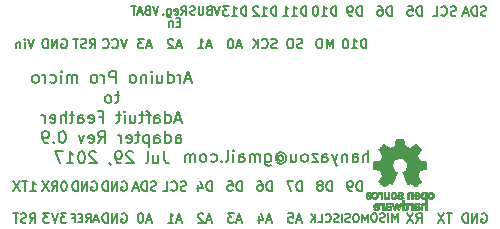
<source format=gbr>
G04 #@! TF.FileFunction,Legend,Bot*
%FSLAX46Y46*%
G04 Gerber Fmt 4.6, Leading zero omitted, Abs format (unit mm)*
G04 Created by KiCad (PCBNEW 4.0.6) date 2017 July 29, Saturday 01:49:35*
%MOMM*%
%LPD*%
G01*
G04 APERTURE LIST*
%ADD10C,0.100000*%
%ADD11C,0.200000*%
%ADD12C,0.010000*%
%ADD13C,0.150000*%
G04 APERTURE END LIST*
D10*
D11*
X156097905Y-113228381D02*
X156097905Y-112228381D01*
X155669333Y-113228381D02*
X155669333Y-112704571D01*
X155716952Y-112609333D01*
X155812190Y-112561714D01*
X155955048Y-112561714D01*
X156050286Y-112609333D01*
X156097905Y-112656952D01*
X154764571Y-113228381D02*
X154764571Y-112704571D01*
X154812190Y-112609333D01*
X154907428Y-112561714D01*
X155097905Y-112561714D01*
X155193143Y-112609333D01*
X154764571Y-113180762D02*
X154859809Y-113228381D01*
X155097905Y-113228381D01*
X155193143Y-113180762D01*
X155240762Y-113085524D01*
X155240762Y-112990286D01*
X155193143Y-112895048D01*
X155097905Y-112847429D01*
X154859809Y-112847429D01*
X154764571Y-112799810D01*
X154288381Y-112561714D02*
X154288381Y-113228381D01*
X154288381Y-112656952D02*
X154240762Y-112609333D01*
X154145524Y-112561714D01*
X154002666Y-112561714D01*
X153907428Y-112609333D01*
X153859809Y-112704571D01*
X153859809Y-113228381D01*
X153478857Y-112561714D02*
X153240762Y-113228381D01*
X153002666Y-112561714D02*
X153240762Y-113228381D01*
X153336000Y-113466476D01*
X153383619Y-113514095D01*
X153478857Y-113561714D01*
X152193142Y-113228381D02*
X152193142Y-112704571D01*
X152240761Y-112609333D01*
X152335999Y-112561714D01*
X152526476Y-112561714D01*
X152621714Y-112609333D01*
X152193142Y-113180762D02*
X152288380Y-113228381D01*
X152526476Y-113228381D01*
X152621714Y-113180762D01*
X152669333Y-113085524D01*
X152669333Y-112990286D01*
X152621714Y-112895048D01*
X152526476Y-112847429D01*
X152288380Y-112847429D01*
X152193142Y-112799810D01*
X151812190Y-112561714D02*
X151288380Y-112561714D01*
X151812190Y-113228381D01*
X151288380Y-113228381D01*
X150764571Y-113228381D02*
X150859809Y-113180762D01*
X150907428Y-113133143D01*
X150955047Y-113037905D01*
X150955047Y-112752190D01*
X150907428Y-112656952D01*
X150859809Y-112609333D01*
X150764571Y-112561714D01*
X150621713Y-112561714D01*
X150526475Y-112609333D01*
X150478856Y-112656952D01*
X150431237Y-112752190D01*
X150431237Y-113037905D01*
X150478856Y-113133143D01*
X150526475Y-113180762D01*
X150621713Y-113228381D01*
X150764571Y-113228381D01*
X149574094Y-112561714D02*
X149574094Y-113228381D01*
X150002666Y-112561714D02*
X150002666Y-113085524D01*
X149955047Y-113180762D01*
X149859809Y-113228381D01*
X149716951Y-113228381D01*
X149621713Y-113180762D01*
X149574094Y-113133143D01*
X148478856Y-112752190D02*
X148526475Y-112704571D01*
X148621713Y-112656952D01*
X148716951Y-112656952D01*
X148812189Y-112704571D01*
X148859809Y-112752190D01*
X148907428Y-112847429D01*
X148907428Y-112942667D01*
X148859809Y-113037905D01*
X148812189Y-113085524D01*
X148716951Y-113133143D01*
X148621713Y-113133143D01*
X148526475Y-113085524D01*
X148478856Y-113037905D01*
X148478856Y-112656952D02*
X148478856Y-113037905D01*
X148431237Y-113085524D01*
X148383618Y-113085524D01*
X148288380Y-113037905D01*
X148240761Y-112942667D01*
X148240761Y-112704571D01*
X148335999Y-112561714D01*
X148478856Y-112466476D01*
X148669332Y-112418857D01*
X148859809Y-112466476D01*
X149002666Y-112561714D01*
X149097904Y-112704571D01*
X149145523Y-112895048D01*
X149097904Y-113085524D01*
X149002666Y-113228381D01*
X148859809Y-113323619D01*
X148669332Y-113371238D01*
X148478856Y-113323619D01*
X148335999Y-113228381D01*
X147383618Y-112561714D02*
X147383618Y-113371238D01*
X147431237Y-113466476D01*
X147478856Y-113514095D01*
X147574095Y-113561714D01*
X147716952Y-113561714D01*
X147812190Y-113514095D01*
X147383618Y-113180762D02*
X147478856Y-113228381D01*
X147669333Y-113228381D01*
X147764571Y-113180762D01*
X147812190Y-113133143D01*
X147859809Y-113037905D01*
X147859809Y-112752190D01*
X147812190Y-112656952D01*
X147764571Y-112609333D01*
X147669333Y-112561714D01*
X147478856Y-112561714D01*
X147383618Y-112609333D01*
X146907428Y-113228381D02*
X146907428Y-112561714D01*
X146907428Y-112656952D02*
X146859809Y-112609333D01*
X146764571Y-112561714D01*
X146621713Y-112561714D01*
X146526475Y-112609333D01*
X146478856Y-112704571D01*
X146478856Y-113228381D01*
X146478856Y-112704571D02*
X146431237Y-112609333D01*
X146335999Y-112561714D01*
X146193142Y-112561714D01*
X146097904Y-112609333D01*
X146050285Y-112704571D01*
X146050285Y-113228381D01*
X145145523Y-113228381D02*
X145145523Y-112704571D01*
X145193142Y-112609333D01*
X145288380Y-112561714D01*
X145478857Y-112561714D01*
X145574095Y-112609333D01*
X145145523Y-113180762D02*
X145240761Y-113228381D01*
X145478857Y-113228381D01*
X145574095Y-113180762D01*
X145621714Y-113085524D01*
X145621714Y-112990286D01*
X145574095Y-112895048D01*
X145478857Y-112847429D01*
X145240761Y-112847429D01*
X145145523Y-112799810D01*
X144669333Y-113228381D02*
X144669333Y-112561714D01*
X144669333Y-112228381D02*
X144716952Y-112276000D01*
X144669333Y-112323619D01*
X144621714Y-112276000D01*
X144669333Y-112228381D01*
X144669333Y-112323619D01*
X144050286Y-113228381D02*
X144145524Y-113180762D01*
X144193143Y-113085524D01*
X144193143Y-112228381D01*
X143669333Y-113133143D02*
X143621714Y-113180762D01*
X143669333Y-113228381D01*
X143716952Y-113180762D01*
X143669333Y-113133143D01*
X143669333Y-113228381D01*
X142764571Y-113180762D02*
X142859809Y-113228381D01*
X143050286Y-113228381D01*
X143145524Y-113180762D01*
X143193143Y-113133143D01*
X143240762Y-113037905D01*
X143240762Y-112752190D01*
X143193143Y-112656952D01*
X143145524Y-112609333D01*
X143050286Y-112561714D01*
X142859809Y-112561714D01*
X142764571Y-112609333D01*
X142193143Y-113228381D02*
X142288381Y-113180762D01*
X142336000Y-113133143D01*
X142383619Y-113037905D01*
X142383619Y-112752190D01*
X142336000Y-112656952D01*
X142288381Y-112609333D01*
X142193143Y-112561714D01*
X142050285Y-112561714D01*
X141955047Y-112609333D01*
X141907428Y-112656952D01*
X141859809Y-112752190D01*
X141859809Y-113037905D01*
X141907428Y-113133143D01*
X141955047Y-113180762D01*
X142050285Y-113228381D01*
X142193143Y-113228381D01*
X141431238Y-113228381D02*
X141431238Y-112561714D01*
X141431238Y-112656952D02*
X141383619Y-112609333D01*
X141288381Y-112561714D01*
X141145523Y-112561714D01*
X141050285Y-112609333D01*
X141002666Y-112704571D01*
X141002666Y-113228381D01*
X141002666Y-112704571D02*
X140955047Y-112609333D01*
X140859809Y-112561714D01*
X140716952Y-112561714D01*
X140621714Y-112609333D01*
X140574095Y-112704571D01*
X140574095Y-113228381D01*
X141080286Y-106240667D02*
X140604095Y-106240667D01*
X141175524Y-106526381D02*
X140842191Y-105526381D01*
X140508857Y-106526381D01*
X140175524Y-106526381D02*
X140175524Y-105859714D01*
X140175524Y-106050190D02*
X140127905Y-105954952D01*
X140080286Y-105907333D01*
X139985048Y-105859714D01*
X139889809Y-105859714D01*
X139127904Y-106526381D02*
X139127904Y-105526381D01*
X139127904Y-106478762D02*
X139223142Y-106526381D01*
X139413619Y-106526381D01*
X139508857Y-106478762D01*
X139556476Y-106431143D01*
X139604095Y-106335905D01*
X139604095Y-106050190D01*
X139556476Y-105954952D01*
X139508857Y-105907333D01*
X139413619Y-105859714D01*
X139223142Y-105859714D01*
X139127904Y-105907333D01*
X138223142Y-105859714D02*
X138223142Y-106526381D01*
X138651714Y-105859714D02*
X138651714Y-106383524D01*
X138604095Y-106478762D01*
X138508857Y-106526381D01*
X138365999Y-106526381D01*
X138270761Y-106478762D01*
X138223142Y-106431143D01*
X137746952Y-106526381D02*
X137746952Y-105859714D01*
X137746952Y-105526381D02*
X137794571Y-105574000D01*
X137746952Y-105621619D01*
X137699333Y-105574000D01*
X137746952Y-105526381D01*
X137746952Y-105621619D01*
X137270762Y-105859714D02*
X137270762Y-106526381D01*
X137270762Y-105954952D02*
X137223143Y-105907333D01*
X137127905Y-105859714D01*
X136985047Y-105859714D01*
X136889809Y-105907333D01*
X136842190Y-106002571D01*
X136842190Y-106526381D01*
X136223143Y-106526381D02*
X136318381Y-106478762D01*
X136366000Y-106431143D01*
X136413619Y-106335905D01*
X136413619Y-106050190D01*
X136366000Y-105954952D01*
X136318381Y-105907333D01*
X136223143Y-105859714D01*
X136080285Y-105859714D01*
X135985047Y-105907333D01*
X135937428Y-105954952D01*
X135889809Y-106050190D01*
X135889809Y-106335905D01*
X135937428Y-106431143D01*
X135985047Y-106478762D01*
X136080285Y-106526381D01*
X136223143Y-106526381D01*
X134699333Y-106526381D02*
X134699333Y-105526381D01*
X134318380Y-105526381D01*
X134223142Y-105574000D01*
X134175523Y-105621619D01*
X134127904Y-105716857D01*
X134127904Y-105859714D01*
X134175523Y-105954952D01*
X134223142Y-106002571D01*
X134318380Y-106050190D01*
X134699333Y-106050190D01*
X133699333Y-106526381D02*
X133699333Y-105859714D01*
X133699333Y-106050190D02*
X133651714Y-105954952D01*
X133604095Y-105907333D01*
X133508857Y-105859714D01*
X133413618Y-105859714D01*
X132937428Y-106526381D02*
X133032666Y-106478762D01*
X133080285Y-106431143D01*
X133127904Y-106335905D01*
X133127904Y-106050190D01*
X133080285Y-105954952D01*
X133032666Y-105907333D01*
X132937428Y-105859714D01*
X132794570Y-105859714D01*
X132699332Y-105907333D01*
X132651713Y-105954952D01*
X132604094Y-106050190D01*
X132604094Y-106335905D01*
X132651713Y-106431143D01*
X132699332Y-106478762D01*
X132794570Y-106526381D01*
X132937428Y-106526381D01*
X131413618Y-106526381D02*
X131413618Y-105859714D01*
X131413618Y-105954952D02*
X131365999Y-105907333D01*
X131270761Y-105859714D01*
X131127903Y-105859714D01*
X131032665Y-105907333D01*
X130985046Y-106002571D01*
X130985046Y-106526381D01*
X130985046Y-106002571D02*
X130937427Y-105907333D01*
X130842189Y-105859714D01*
X130699332Y-105859714D01*
X130604094Y-105907333D01*
X130556475Y-106002571D01*
X130556475Y-106526381D01*
X130080285Y-106526381D02*
X130080285Y-105859714D01*
X130080285Y-105526381D02*
X130127904Y-105574000D01*
X130080285Y-105621619D01*
X130032666Y-105574000D01*
X130080285Y-105526381D01*
X130080285Y-105621619D01*
X129175523Y-106478762D02*
X129270761Y-106526381D01*
X129461238Y-106526381D01*
X129556476Y-106478762D01*
X129604095Y-106431143D01*
X129651714Y-106335905D01*
X129651714Y-106050190D01*
X129604095Y-105954952D01*
X129556476Y-105907333D01*
X129461238Y-105859714D01*
X129270761Y-105859714D01*
X129175523Y-105907333D01*
X128746952Y-106526381D02*
X128746952Y-105859714D01*
X128746952Y-106050190D02*
X128699333Y-105954952D01*
X128651714Y-105907333D01*
X128556476Y-105859714D01*
X128461237Y-105859714D01*
X127985047Y-106526381D02*
X128080285Y-106478762D01*
X128127904Y-106431143D01*
X128175523Y-106335905D01*
X128175523Y-106050190D01*
X128127904Y-105954952D01*
X128080285Y-105907333D01*
X127985047Y-105859714D01*
X127842189Y-105859714D01*
X127746951Y-105907333D01*
X127699332Y-105954952D01*
X127651713Y-106050190D01*
X127651713Y-106335905D01*
X127699332Y-106431143D01*
X127746951Y-106478762D01*
X127842189Y-106526381D01*
X127985047Y-106526381D01*
X135008857Y-107559714D02*
X134627905Y-107559714D01*
X134866000Y-107226381D02*
X134866000Y-108083524D01*
X134818381Y-108178762D01*
X134723143Y-108226381D01*
X134627905Y-108226381D01*
X134151714Y-108226381D02*
X134246952Y-108178762D01*
X134294571Y-108131143D01*
X134342190Y-108035905D01*
X134342190Y-107750190D01*
X134294571Y-107654952D01*
X134246952Y-107607333D01*
X134151714Y-107559714D01*
X134008856Y-107559714D01*
X133913618Y-107607333D01*
X133865999Y-107654952D01*
X133818380Y-107750190D01*
X133818380Y-108035905D01*
X133865999Y-108131143D01*
X133913618Y-108178762D01*
X134008856Y-108226381D01*
X134151714Y-108226381D01*
X140223144Y-109640667D02*
X139746953Y-109640667D01*
X140318382Y-109926381D02*
X139985049Y-108926381D01*
X139651715Y-109926381D01*
X138889810Y-109926381D02*
X138889810Y-108926381D01*
X138889810Y-109878762D02*
X138985048Y-109926381D01*
X139175525Y-109926381D01*
X139270763Y-109878762D01*
X139318382Y-109831143D01*
X139366001Y-109735905D01*
X139366001Y-109450190D01*
X139318382Y-109354952D01*
X139270763Y-109307333D01*
X139175525Y-109259714D01*
X138985048Y-109259714D01*
X138889810Y-109307333D01*
X137985048Y-109926381D02*
X137985048Y-109402571D01*
X138032667Y-109307333D01*
X138127905Y-109259714D01*
X138318382Y-109259714D01*
X138413620Y-109307333D01*
X137985048Y-109878762D02*
X138080286Y-109926381D01*
X138318382Y-109926381D01*
X138413620Y-109878762D01*
X138461239Y-109783524D01*
X138461239Y-109688286D01*
X138413620Y-109593048D01*
X138318382Y-109545429D01*
X138080286Y-109545429D01*
X137985048Y-109497810D01*
X137651715Y-109259714D02*
X137270763Y-109259714D01*
X137508858Y-109926381D02*
X137508858Y-109069238D01*
X137461239Y-108974000D01*
X137366001Y-108926381D01*
X137270763Y-108926381D01*
X137080286Y-109259714D02*
X136699334Y-109259714D01*
X136937429Y-108926381D02*
X136937429Y-109783524D01*
X136889810Y-109878762D01*
X136794572Y-109926381D01*
X136699334Y-109926381D01*
X135937428Y-109259714D02*
X135937428Y-109926381D01*
X136366000Y-109259714D02*
X136366000Y-109783524D01*
X136318381Y-109878762D01*
X136223143Y-109926381D01*
X136080285Y-109926381D01*
X135985047Y-109878762D01*
X135937428Y-109831143D01*
X135461238Y-109926381D02*
X135461238Y-109259714D01*
X135461238Y-108926381D02*
X135508857Y-108974000D01*
X135461238Y-109021619D01*
X135413619Y-108974000D01*
X135461238Y-108926381D01*
X135461238Y-109021619D01*
X135127905Y-109259714D02*
X134746953Y-109259714D01*
X134985048Y-108926381D02*
X134985048Y-109783524D01*
X134937429Y-109878762D01*
X134842191Y-109926381D01*
X134746953Y-109926381D01*
X133318380Y-109402571D02*
X133651714Y-109402571D01*
X133651714Y-109926381D02*
X133651714Y-108926381D01*
X133175523Y-108926381D01*
X132413618Y-109878762D02*
X132508856Y-109926381D01*
X132699333Y-109926381D01*
X132794571Y-109878762D01*
X132842190Y-109783524D01*
X132842190Y-109402571D01*
X132794571Y-109307333D01*
X132699333Y-109259714D01*
X132508856Y-109259714D01*
X132413618Y-109307333D01*
X132365999Y-109402571D01*
X132365999Y-109497810D01*
X132842190Y-109593048D01*
X131508856Y-109926381D02*
X131508856Y-109402571D01*
X131556475Y-109307333D01*
X131651713Y-109259714D01*
X131842190Y-109259714D01*
X131937428Y-109307333D01*
X131508856Y-109878762D02*
X131604094Y-109926381D01*
X131842190Y-109926381D01*
X131937428Y-109878762D01*
X131985047Y-109783524D01*
X131985047Y-109688286D01*
X131937428Y-109593048D01*
X131842190Y-109545429D01*
X131604094Y-109545429D01*
X131508856Y-109497810D01*
X131175523Y-109259714D02*
X130794571Y-109259714D01*
X131032666Y-108926381D02*
X131032666Y-109783524D01*
X130985047Y-109878762D01*
X130889809Y-109926381D01*
X130794571Y-109926381D01*
X130461237Y-109926381D02*
X130461237Y-108926381D01*
X130032665Y-109926381D02*
X130032665Y-109402571D01*
X130080284Y-109307333D01*
X130175522Y-109259714D01*
X130318380Y-109259714D01*
X130413618Y-109307333D01*
X130461237Y-109354952D01*
X129175522Y-109878762D02*
X129270760Y-109926381D01*
X129461237Y-109926381D01*
X129556475Y-109878762D01*
X129604094Y-109783524D01*
X129604094Y-109402571D01*
X129556475Y-109307333D01*
X129461237Y-109259714D01*
X129270760Y-109259714D01*
X129175522Y-109307333D01*
X129127903Y-109402571D01*
X129127903Y-109497810D01*
X129604094Y-109593048D01*
X128699332Y-109926381D02*
X128699332Y-109259714D01*
X128699332Y-109450190D02*
X128651713Y-109354952D01*
X128604094Y-109307333D01*
X128508856Y-109259714D01*
X128413617Y-109259714D01*
X139794572Y-111626381D02*
X139794572Y-111102571D01*
X139842191Y-111007333D01*
X139937429Y-110959714D01*
X140127906Y-110959714D01*
X140223144Y-111007333D01*
X139794572Y-111578762D02*
X139889810Y-111626381D01*
X140127906Y-111626381D01*
X140223144Y-111578762D01*
X140270763Y-111483524D01*
X140270763Y-111388286D01*
X140223144Y-111293048D01*
X140127906Y-111245429D01*
X139889810Y-111245429D01*
X139794572Y-111197810D01*
X138889810Y-111626381D02*
X138889810Y-110626381D01*
X138889810Y-111578762D02*
X138985048Y-111626381D01*
X139175525Y-111626381D01*
X139270763Y-111578762D01*
X139318382Y-111531143D01*
X139366001Y-111435905D01*
X139366001Y-111150190D01*
X139318382Y-111054952D01*
X139270763Y-111007333D01*
X139175525Y-110959714D01*
X138985048Y-110959714D01*
X138889810Y-111007333D01*
X137985048Y-111626381D02*
X137985048Y-111102571D01*
X138032667Y-111007333D01*
X138127905Y-110959714D01*
X138318382Y-110959714D01*
X138413620Y-111007333D01*
X137985048Y-111578762D02*
X138080286Y-111626381D01*
X138318382Y-111626381D01*
X138413620Y-111578762D01*
X138461239Y-111483524D01*
X138461239Y-111388286D01*
X138413620Y-111293048D01*
X138318382Y-111245429D01*
X138080286Y-111245429D01*
X137985048Y-111197810D01*
X137508858Y-110959714D02*
X137508858Y-111959714D01*
X137508858Y-111007333D02*
X137413620Y-110959714D01*
X137223143Y-110959714D01*
X137127905Y-111007333D01*
X137080286Y-111054952D01*
X137032667Y-111150190D01*
X137032667Y-111435905D01*
X137080286Y-111531143D01*
X137127905Y-111578762D01*
X137223143Y-111626381D01*
X137413620Y-111626381D01*
X137508858Y-111578762D01*
X136746953Y-110959714D02*
X136366001Y-110959714D01*
X136604096Y-110626381D02*
X136604096Y-111483524D01*
X136556477Y-111578762D01*
X136461239Y-111626381D01*
X136366001Y-111626381D01*
X135651714Y-111578762D02*
X135746952Y-111626381D01*
X135937429Y-111626381D01*
X136032667Y-111578762D01*
X136080286Y-111483524D01*
X136080286Y-111102571D01*
X136032667Y-111007333D01*
X135937429Y-110959714D01*
X135746952Y-110959714D01*
X135651714Y-111007333D01*
X135604095Y-111102571D01*
X135604095Y-111197810D01*
X136080286Y-111293048D01*
X135175524Y-111626381D02*
X135175524Y-110959714D01*
X135175524Y-111150190D02*
X135127905Y-111054952D01*
X135080286Y-111007333D01*
X134985048Y-110959714D01*
X134889809Y-110959714D01*
X133223142Y-111626381D02*
X133556476Y-111150190D01*
X133794571Y-111626381D02*
X133794571Y-110626381D01*
X133413618Y-110626381D01*
X133318380Y-110674000D01*
X133270761Y-110721619D01*
X133223142Y-110816857D01*
X133223142Y-110959714D01*
X133270761Y-111054952D01*
X133318380Y-111102571D01*
X133413618Y-111150190D01*
X133794571Y-111150190D01*
X132413618Y-111578762D02*
X132508856Y-111626381D01*
X132699333Y-111626381D01*
X132794571Y-111578762D01*
X132842190Y-111483524D01*
X132842190Y-111102571D01*
X132794571Y-111007333D01*
X132699333Y-110959714D01*
X132508856Y-110959714D01*
X132413618Y-111007333D01*
X132365999Y-111102571D01*
X132365999Y-111197810D01*
X132842190Y-111293048D01*
X132032666Y-110959714D02*
X131794571Y-111626381D01*
X131556475Y-110959714D01*
X130223142Y-110626381D02*
X130127903Y-110626381D01*
X130032665Y-110674000D01*
X129985046Y-110721619D01*
X129937427Y-110816857D01*
X129889808Y-111007333D01*
X129889808Y-111245429D01*
X129937427Y-111435905D01*
X129985046Y-111531143D01*
X130032665Y-111578762D01*
X130127903Y-111626381D01*
X130223142Y-111626381D01*
X130318380Y-111578762D01*
X130365999Y-111531143D01*
X130413618Y-111435905D01*
X130461237Y-111245429D01*
X130461237Y-111007333D01*
X130413618Y-110816857D01*
X130365999Y-110721619D01*
X130318380Y-110674000D01*
X130223142Y-110626381D01*
X129461237Y-111531143D02*
X129413618Y-111578762D01*
X129461237Y-111626381D01*
X129508856Y-111578762D01*
X129461237Y-111531143D01*
X129461237Y-111626381D01*
X128937428Y-111626381D02*
X128746952Y-111626381D01*
X128651713Y-111578762D01*
X128604094Y-111531143D01*
X128508856Y-111388286D01*
X128461237Y-111197810D01*
X128461237Y-110816857D01*
X128508856Y-110721619D01*
X128556475Y-110674000D01*
X128651713Y-110626381D01*
X128842190Y-110626381D01*
X128937428Y-110674000D01*
X128985047Y-110721619D01*
X129032666Y-110816857D01*
X129032666Y-111054952D01*
X128985047Y-111150190D01*
X128937428Y-111197810D01*
X128842190Y-111245429D01*
X128651713Y-111245429D01*
X128556475Y-111197810D01*
X128508856Y-111150190D01*
X128461237Y-111054952D01*
X138794571Y-112326381D02*
X138794571Y-113040667D01*
X138842191Y-113183524D01*
X138937429Y-113278762D01*
X139080286Y-113326381D01*
X139175524Y-113326381D01*
X137889809Y-112659714D02*
X137889809Y-113326381D01*
X138318381Y-112659714D02*
X138318381Y-113183524D01*
X138270762Y-113278762D01*
X138175524Y-113326381D01*
X138032666Y-113326381D01*
X137937428Y-113278762D01*
X137889809Y-113231143D01*
X137270762Y-113326381D02*
X137366000Y-113278762D01*
X137413619Y-113183524D01*
X137413619Y-112326381D01*
X136175523Y-112421619D02*
X136127904Y-112374000D01*
X136032666Y-112326381D01*
X135794570Y-112326381D01*
X135699332Y-112374000D01*
X135651713Y-112421619D01*
X135604094Y-112516857D01*
X135604094Y-112612095D01*
X135651713Y-112754952D01*
X136223142Y-113326381D01*
X135604094Y-113326381D01*
X135127904Y-113326381D02*
X134937428Y-113326381D01*
X134842189Y-113278762D01*
X134794570Y-113231143D01*
X134699332Y-113088286D01*
X134651713Y-112897810D01*
X134651713Y-112516857D01*
X134699332Y-112421619D01*
X134746951Y-112374000D01*
X134842189Y-112326381D01*
X135032666Y-112326381D01*
X135127904Y-112374000D01*
X135175523Y-112421619D01*
X135223142Y-112516857D01*
X135223142Y-112754952D01*
X135175523Y-112850190D01*
X135127904Y-112897810D01*
X135032666Y-112945429D01*
X134842189Y-112945429D01*
X134746951Y-112897810D01*
X134699332Y-112850190D01*
X134651713Y-112754952D01*
X134175523Y-113278762D02*
X134175523Y-113326381D01*
X134223142Y-113421619D01*
X134270761Y-113469238D01*
X133032666Y-112421619D02*
X132985047Y-112374000D01*
X132889809Y-112326381D01*
X132651713Y-112326381D01*
X132556475Y-112374000D01*
X132508856Y-112421619D01*
X132461237Y-112516857D01*
X132461237Y-112612095D01*
X132508856Y-112754952D01*
X133080285Y-113326381D01*
X132461237Y-113326381D01*
X131842190Y-112326381D02*
X131746951Y-112326381D01*
X131651713Y-112374000D01*
X131604094Y-112421619D01*
X131556475Y-112516857D01*
X131508856Y-112707333D01*
X131508856Y-112945429D01*
X131556475Y-113135905D01*
X131604094Y-113231143D01*
X131651713Y-113278762D01*
X131746951Y-113326381D01*
X131842190Y-113326381D01*
X131937428Y-113278762D01*
X131985047Y-113231143D01*
X132032666Y-113135905D01*
X132080285Y-112945429D01*
X132080285Y-112707333D01*
X132032666Y-112516857D01*
X131985047Y-112421619D01*
X131937428Y-112374000D01*
X131842190Y-112326381D01*
X130556475Y-113326381D02*
X131127904Y-113326381D01*
X130842190Y-113326381D02*
X130842190Y-112326381D01*
X130937428Y-112469238D01*
X131032666Y-112564476D01*
X131127904Y-112612095D01*
X130223142Y-112326381D02*
X129556475Y-112326381D01*
X129985047Y-113326381D01*
D12*
G36*
X160658759Y-115769184D02*
X160632247Y-115782282D01*
X160599553Y-115805106D01*
X160575725Y-115829996D01*
X160559406Y-115861249D01*
X160549240Y-115903166D01*
X160543872Y-115960044D01*
X160541944Y-116036184D01*
X160541831Y-116068917D01*
X160542161Y-116140656D01*
X160543527Y-116191927D01*
X160546500Y-116227404D01*
X160551649Y-116251763D01*
X160559543Y-116269680D01*
X160567757Y-116281902D01*
X160620187Y-116333905D01*
X160681930Y-116365184D01*
X160748536Y-116374592D01*
X160815558Y-116360980D01*
X160836792Y-116351354D01*
X160887624Y-116324859D01*
X160887624Y-116740052D01*
X160850525Y-116720868D01*
X160801643Y-116706025D01*
X160741561Y-116702222D01*
X160681564Y-116709243D01*
X160636256Y-116725013D01*
X160598675Y-116755047D01*
X160566564Y-116798024D01*
X160564150Y-116802436D01*
X160553967Y-116823221D01*
X160546530Y-116844170D01*
X160541411Y-116869548D01*
X160538181Y-116903618D01*
X160536413Y-116950641D01*
X160535677Y-117014882D01*
X160535544Y-117087176D01*
X160535544Y-117317822D01*
X160673861Y-117317822D01*
X160673861Y-116892533D01*
X160712549Y-116859979D01*
X160752738Y-116833940D01*
X160790797Y-116829205D01*
X160829066Y-116841389D01*
X160849462Y-116853320D01*
X160864642Y-116870313D01*
X160875438Y-116895995D01*
X160882683Y-116933991D01*
X160887208Y-116987926D01*
X160889844Y-117061425D01*
X160890772Y-117110347D01*
X160893911Y-117311535D01*
X160959926Y-117315336D01*
X161025940Y-117319136D01*
X161025940Y-116070650D01*
X160887624Y-116070650D01*
X160884097Y-116140254D01*
X160872215Y-116188569D01*
X160850020Y-116218631D01*
X160815559Y-116233471D01*
X160780742Y-116236436D01*
X160741329Y-116233028D01*
X160715171Y-116219617D01*
X160698814Y-116201896D01*
X160685937Y-116182835D01*
X160678272Y-116161601D01*
X160674861Y-116131849D01*
X160674749Y-116087236D01*
X160675897Y-116049880D01*
X160678532Y-115993604D01*
X160682456Y-115956658D01*
X160689063Y-115933223D01*
X160699749Y-115917480D01*
X160709833Y-115908380D01*
X160751970Y-115888537D01*
X160801840Y-115885332D01*
X160830476Y-115892168D01*
X160858828Y-115916464D01*
X160877609Y-115963728D01*
X160886712Y-116033624D01*
X160887624Y-116070650D01*
X161025940Y-116070650D01*
X161025940Y-115758614D01*
X160956782Y-115758614D01*
X160915260Y-115760256D01*
X160893838Y-115766087D01*
X160887626Y-115777461D01*
X160887624Y-115777798D01*
X160884742Y-115788938D01*
X160872030Y-115787673D01*
X160846757Y-115775433D01*
X160787869Y-115756707D01*
X160721615Y-115754739D01*
X160658759Y-115769184D01*
X160658759Y-115769184D01*
G37*
X160658759Y-115769184D02*
X160632247Y-115782282D01*
X160599553Y-115805106D01*
X160575725Y-115829996D01*
X160559406Y-115861249D01*
X160549240Y-115903166D01*
X160543872Y-115960044D01*
X160541944Y-116036184D01*
X160541831Y-116068917D01*
X160542161Y-116140656D01*
X160543527Y-116191927D01*
X160546500Y-116227404D01*
X160551649Y-116251763D01*
X160559543Y-116269680D01*
X160567757Y-116281902D01*
X160620187Y-116333905D01*
X160681930Y-116365184D01*
X160748536Y-116374592D01*
X160815558Y-116360980D01*
X160836792Y-116351354D01*
X160887624Y-116324859D01*
X160887624Y-116740052D01*
X160850525Y-116720868D01*
X160801643Y-116706025D01*
X160741561Y-116702222D01*
X160681564Y-116709243D01*
X160636256Y-116725013D01*
X160598675Y-116755047D01*
X160566564Y-116798024D01*
X160564150Y-116802436D01*
X160553967Y-116823221D01*
X160546530Y-116844170D01*
X160541411Y-116869548D01*
X160538181Y-116903618D01*
X160536413Y-116950641D01*
X160535677Y-117014882D01*
X160535544Y-117087176D01*
X160535544Y-117317822D01*
X160673861Y-117317822D01*
X160673861Y-116892533D01*
X160712549Y-116859979D01*
X160752738Y-116833940D01*
X160790797Y-116829205D01*
X160829066Y-116841389D01*
X160849462Y-116853320D01*
X160864642Y-116870313D01*
X160875438Y-116895995D01*
X160882683Y-116933991D01*
X160887208Y-116987926D01*
X160889844Y-117061425D01*
X160890772Y-117110347D01*
X160893911Y-117311535D01*
X160959926Y-117315336D01*
X161025940Y-117319136D01*
X161025940Y-116070650D01*
X160887624Y-116070650D01*
X160884097Y-116140254D01*
X160872215Y-116188569D01*
X160850020Y-116218631D01*
X160815559Y-116233471D01*
X160780742Y-116236436D01*
X160741329Y-116233028D01*
X160715171Y-116219617D01*
X160698814Y-116201896D01*
X160685937Y-116182835D01*
X160678272Y-116161601D01*
X160674861Y-116131849D01*
X160674749Y-116087236D01*
X160675897Y-116049880D01*
X160678532Y-115993604D01*
X160682456Y-115956658D01*
X160689063Y-115933223D01*
X160699749Y-115917480D01*
X160709833Y-115908380D01*
X160751970Y-115888537D01*
X160801840Y-115885332D01*
X160830476Y-115892168D01*
X160858828Y-115916464D01*
X160877609Y-115963728D01*
X160886712Y-116033624D01*
X160887624Y-116070650D01*
X161025940Y-116070650D01*
X161025940Y-115758614D01*
X160956782Y-115758614D01*
X160915260Y-115760256D01*
X160893838Y-115766087D01*
X160887626Y-115777461D01*
X160887624Y-115777798D01*
X160884742Y-115788938D01*
X160872030Y-115787673D01*
X160846757Y-115775433D01*
X160787869Y-115756707D01*
X160721615Y-115754739D01*
X160658759Y-115769184D01*
G36*
X160134210Y-116706555D02*
X160075055Y-116722339D01*
X160030023Y-116750948D01*
X159998246Y-116788419D01*
X159988366Y-116804411D01*
X159981073Y-116821163D01*
X159975974Y-116842592D01*
X159972679Y-116872616D01*
X159970797Y-116915154D01*
X159969937Y-116974122D01*
X159969707Y-117053440D01*
X159969703Y-117074484D01*
X159969703Y-117317822D01*
X160030059Y-117317822D01*
X160068557Y-117315126D01*
X160097023Y-117308295D01*
X160104155Y-117304083D01*
X160123652Y-117296813D01*
X160143566Y-117304083D01*
X160176353Y-117313160D01*
X160223978Y-117316813D01*
X160276764Y-117315228D01*
X160325036Y-117308589D01*
X160353218Y-117300072D01*
X160407753Y-117265063D01*
X160441835Y-117216479D01*
X160457157Y-117151882D01*
X160457299Y-117150223D01*
X160455955Y-117121566D01*
X160334356Y-117121566D01*
X160323726Y-117154161D01*
X160306410Y-117172505D01*
X160271652Y-117186379D01*
X160225773Y-117191917D01*
X160178988Y-117189191D01*
X160141514Y-117178274D01*
X160131015Y-117171269D01*
X160112668Y-117138904D01*
X160108020Y-117102111D01*
X160108020Y-117053763D01*
X160177582Y-117053763D01*
X160243667Y-117058850D01*
X160293764Y-117073263D01*
X160324929Y-117095729D01*
X160334356Y-117121566D01*
X160455955Y-117121566D01*
X160453987Y-117079647D01*
X160430710Y-117023845D01*
X160386948Y-116981647D01*
X160380899Y-116977808D01*
X160354907Y-116965309D01*
X160322735Y-116957740D01*
X160277760Y-116954061D01*
X160224331Y-116953216D01*
X160108020Y-116953169D01*
X160108020Y-116904411D01*
X160112953Y-116866581D01*
X160125543Y-116841236D01*
X160127017Y-116839887D01*
X160155034Y-116828800D01*
X160197326Y-116824503D01*
X160244064Y-116826615D01*
X160285418Y-116834756D01*
X160309957Y-116846965D01*
X160323253Y-116856746D01*
X160337294Y-116858613D01*
X160356671Y-116850600D01*
X160385976Y-116830739D01*
X160429803Y-116797063D01*
X160433825Y-116793909D01*
X160431764Y-116782236D01*
X160414568Y-116762822D01*
X160388433Y-116741248D01*
X160359552Y-116723096D01*
X160350478Y-116718809D01*
X160317380Y-116710256D01*
X160268880Y-116704155D01*
X160214695Y-116701708D01*
X160212161Y-116701703D01*
X160134210Y-116706555D01*
X160134210Y-116706555D01*
G37*
X160134210Y-116706555D02*
X160075055Y-116722339D01*
X160030023Y-116750948D01*
X159998246Y-116788419D01*
X159988366Y-116804411D01*
X159981073Y-116821163D01*
X159975974Y-116842592D01*
X159972679Y-116872616D01*
X159970797Y-116915154D01*
X159969937Y-116974122D01*
X159969707Y-117053440D01*
X159969703Y-117074484D01*
X159969703Y-117317822D01*
X160030059Y-117317822D01*
X160068557Y-117315126D01*
X160097023Y-117308295D01*
X160104155Y-117304083D01*
X160123652Y-117296813D01*
X160143566Y-117304083D01*
X160176353Y-117313160D01*
X160223978Y-117316813D01*
X160276764Y-117315228D01*
X160325036Y-117308589D01*
X160353218Y-117300072D01*
X160407753Y-117265063D01*
X160441835Y-117216479D01*
X160457157Y-117151882D01*
X160457299Y-117150223D01*
X160455955Y-117121566D01*
X160334356Y-117121566D01*
X160323726Y-117154161D01*
X160306410Y-117172505D01*
X160271652Y-117186379D01*
X160225773Y-117191917D01*
X160178988Y-117189191D01*
X160141514Y-117178274D01*
X160131015Y-117171269D01*
X160112668Y-117138904D01*
X160108020Y-117102111D01*
X160108020Y-117053763D01*
X160177582Y-117053763D01*
X160243667Y-117058850D01*
X160293764Y-117073263D01*
X160324929Y-117095729D01*
X160334356Y-117121566D01*
X160455955Y-117121566D01*
X160453987Y-117079647D01*
X160430710Y-117023845D01*
X160386948Y-116981647D01*
X160380899Y-116977808D01*
X160354907Y-116965309D01*
X160322735Y-116957740D01*
X160277760Y-116954061D01*
X160224331Y-116953216D01*
X160108020Y-116953169D01*
X160108020Y-116904411D01*
X160112953Y-116866581D01*
X160125543Y-116841236D01*
X160127017Y-116839887D01*
X160155034Y-116828800D01*
X160197326Y-116824503D01*
X160244064Y-116826615D01*
X160285418Y-116834756D01*
X160309957Y-116846965D01*
X160323253Y-116856746D01*
X160337294Y-116858613D01*
X160356671Y-116850600D01*
X160385976Y-116830739D01*
X160429803Y-116797063D01*
X160433825Y-116793909D01*
X160431764Y-116782236D01*
X160414568Y-116762822D01*
X160388433Y-116741248D01*
X160359552Y-116723096D01*
X160350478Y-116718809D01*
X160317380Y-116710256D01*
X160268880Y-116704155D01*
X160214695Y-116701708D01*
X160212161Y-116701703D01*
X160134210Y-116706555D01*
G36*
X159743356Y-116703020D02*
X159724539Y-116708660D01*
X159718473Y-116721053D01*
X159718218Y-116726647D01*
X159717129Y-116742230D01*
X159709632Y-116744676D01*
X159689381Y-116733993D01*
X159677351Y-116726694D01*
X159639400Y-116711063D01*
X159594072Y-116703334D01*
X159546544Y-116702740D01*
X159501995Y-116708513D01*
X159465602Y-116719884D01*
X159442543Y-116736088D01*
X159437996Y-116756355D01*
X159440291Y-116761843D01*
X159457020Y-116784626D01*
X159482963Y-116812647D01*
X159487655Y-116817177D01*
X159512383Y-116838005D01*
X159533718Y-116844735D01*
X159563555Y-116840038D01*
X159575508Y-116836917D01*
X159612705Y-116829421D01*
X159638859Y-116832792D01*
X159660946Y-116844681D01*
X159681178Y-116860635D01*
X159696079Y-116880700D01*
X159706434Y-116908702D01*
X159713029Y-116948467D01*
X159716649Y-117003823D01*
X159718078Y-117078594D01*
X159718218Y-117123740D01*
X159718218Y-117317822D01*
X159843960Y-117317822D01*
X159843960Y-116701683D01*
X159781089Y-116701683D01*
X159743356Y-116703020D01*
X159743356Y-116703020D01*
G37*
X159743356Y-116703020D02*
X159724539Y-116708660D01*
X159718473Y-116721053D01*
X159718218Y-116726647D01*
X159717129Y-116742230D01*
X159709632Y-116744676D01*
X159689381Y-116733993D01*
X159677351Y-116726694D01*
X159639400Y-116711063D01*
X159594072Y-116703334D01*
X159546544Y-116702740D01*
X159501995Y-116708513D01*
X159465602Y-116719884D01*
X159442543Y-116736088D01*
X159437996Y-116756355D01*
X159440291Y-116761843D01*
X159457020Y-116784626D01*
X159482963Y-116812647D01*
X159487655Y-116817177D01*
X159512383Y-116838005D01*
X159533718Y-116844735D01*
X159563555Y-116840038D01*
X159575508Y-116836917D01*
X159612705Y-116829421D01*
X159638859Y-116832792D01*
X159660946Y-116844681D01*
X159681178Y-116860635D01*
X159696079Y-116880700D01*
X159706434Y-116908702D01*
X159713029Y-116948467D01*
X159716649Y-117003823D01*
X159718078Y-117078594D01*
X159718218Y-117123740D01*
X159718218Y-117317822D01*
X159843960Y-117317822D01*
X159843960Y-116701683D01*
X159781089Y-116701683D01*
X159743356Y-116703020D01*
G36*
X158951188Y-117317822D02*
X159020346Y-117317822D01*
X159060488Y-117316645D01*
X159081394Y-117311772D01*
X159088922Y-117301186D01*
X159089505Y-117294029D01*
X159090774Y-117279676D01*
X159098779Y-117276923D01*
X159119815Y-117285771D01*
X159136173Y-117294029D01*
X159198977Y-117313597D01*
X159267248Y-117314729D01*
X159322752Y-117300135D01*
X159374438Y-117264877D01*
X159413838Y-117212835D01*
X159435413Y-117151450D01*
X159435962Y-117148018D01*
X159439167Y-117110571D01*
X159440761Y-117056813D01*
X159440633Y-117016155D01*
X159303279Y-117016155D01*
X159300097Y-117070194D01*
X159292859Y-117114735D01*
X159283060Y-117139888D01*
X159245989Y-117174260D01*
X159201974Y-117186582D01*
X159156584Y-117176618D01*
X159117797Y-117146895D01*
X159103108Y-117126905D01*
X159094519Y-117103050D01*
X159090496Y-117068230D01*
X159089505Y-117015930D01*
X159091278Y-116964139D01*
X159095963Y-116918634D01*
X159102603Y-116888181D01*
X159103710Y-116885452D01*
X159130491Y-116853000D01*
X159169579Y-116835183D01*
X159213315Y-116832306D01*
X159254038Y-116844674D01*
X159284087Y-116872593D01*
X159287204Y-116878148D01*
X159296961Y-116912022D01*
X159302277Y-116960728D01*
X159303279Y-117016155D01*
X159440633Y-117016155D01*
X159440568Y-116995540D01*
X159439664Y-116962563D01*
X159433514Y-116880981D01*
X159420733Y-116819730D01*
X159399471Y-116774449D01*
X159367878Y-116740779D01*
X159337207Y-116721014D01*
X159294354Y-116707120D01*
X159241056Y-116702354D01*
X159186480Y-116706236D01*
X159139792Y-116718282D01*
X159115124Y-116732693D01*
X159089505Y-116755878D01*
X159089505Y-116462773D01*
X158951188Y-116462773D01*
X158951188Y-117317822D01*
X158951188Y-117317822D01*
G37*
X158951188Y-117317822D02*
X159020346Y-117317822D01*
X159060488Y-117316645D01*
X159081394Y-117311772D01*
X159088922Y-117301186D01*
X159089505Y-117294029D01*
X159090774Y-117279676D01*
X159098779Y-117276923D01*
X159119815Y-117285771D01*
X159136173Y-117294029D01*
X159198977Y-117313597D01*
X159267248Y-117314729D01*
X159322752Y-117300135D01*
X159374438Y-117264877D01*
X159413838Y-117212835D01*
X159435413Y-117151450D01*
X159435962Y-117148018D01*
X159439167Y-117110571D01*
X159440761Y-117056813D01*
X159440633Y-117016155D01*
X159303279Y-117016155D01*
X159300097Y-117070194D01*
X159292859Y-117114735D01*
X159283060Y-117139888D01*
X159245989Y-117174260D01*
X159201974Y-117186582D01*
X159156584Y-117176618D01*
X159117797Y-117146895D01*
X159103108Y-117126905D01*
X159094519Y-117103050D01*
X159090496Y-117068230D01*
X159089505Y-117015930D01*
X159091278Y-116964139D01*
X159095963Y-116918634D01*
X159102603Y-116888181D01*
X159103710Y-116885452D01*
X159130491Y-116853000D01*
X159169579Y-116835183D01*
X159213315Y-116832306D01*
X159254038Y-116844674D01*
X159284087Y-116872593D01*
X159287204Y-116878148D01*
X159296961Y-116912022D01*
X159302277Y-116960728D01*
X159303279Y-117016155D01*
X159440633Y-117016155D01*
X159440568Y-116995540D01*
X159439664Y-116962563D01*
X159433514Y-116880981D01*
X159420733Y-116819730D01*
X159399471Y-116774449D01*
X159367878Y-116740779D01*
X159337207Y-116721014D01*
X159294354Y-116707120D01*
X159241056Y-116702354D01*
X159186480Y-116706236D01*
X159139792Y-116718282D01*
X159115124Y-116732693D01*
X159089505Y-116755878D01*
X159089505Y-116462773D01*
X158951188Y-116462773D01*
X158951188Y-117317822D01*
G36*
X158468476Y-116704237D02*
X158418745Y-116707971D01*
X158288709Y-117097773D01*
X158268322Y-117028614D01*
X158256054Y-116985874D01*
X158239915Y-116928115D01*
X158222488Y-116864625D01*
X158213274Y-116830570D01*
X158178612Y-116701683D01*
X158035609Y-116701683D01*
X158078354Y-116836857D01*
X158099404Y-116903342D01*
X158124833Y-116983539D01*
X158151390Y-117067193D01*
X158175098Y-117141782D01*
X158229098Y-117311535D01*
X158287402Y-117315328D01*
X158345705Y-117319122D01*
X158377321Y-117214734D01*
X158396818Y-117149889D01*
X158418096Y-117078400D01*
X158436692Y-117015263D01*
X158437426Y-117012750D01*
X158451316Y-116969969D01*
X158463571Y-116940779D01*
X158472154Y-116929741D01*
X158473918Y-116931018D01*
X158480109Y-116948130D01*
X158491872Y-116984787D01*
X158507775Y-117036378D01*
X158526386Y-117098294D01*
X158536457Y-117132352D01*
X158590993Y-117317822D01*
X158706736Y-117317822D01*
X158799263Y-117025471D01*
X158825256Y-116943462D01*
X158848934Y-116868987D01*
X158869180Y-116805544D01*
X158884874Y-116756632D01*
X158894898Y-116725749D01*
X158897945Y-116716726D01*
X158895533Y-116707487D01*
X158876592Y-116703441D01*
X158837177Y-116703846D01*
X158831007Y-116704152D01*
X158757914Y-116707971D01*
X158710043Y-116884010D01*
X158692447Y-116948211D01*
X158676723Y-117004649D01*
X158664254Y-117048422D01*
X158656426Y-117074630D01*
X158654980Y-117078903D01*
X158648986Y-117073990D01*
X158636899Y-117048532D01*
X158620107Y-117005997D01*
X158599997Y-116949850D01*
X158582997Y-116899130D01*
X158518206Y-116700504D01*
X158468476Y-116704237D01*
X158468476Y-116704237D01*
G37*
X158468476Y-116704237D02*
X158418745Y-116707971D01*
X158288709Y-117097773D01*
X158268322Y-117028614D01*
X158256054Y-116985874D01*
X158239915Y-116928115D01*
X158222488Y-116864625D01*
X158213274Y-116830570D01*
X158178612Y-116701683D01*
X158035609Y-116701683D01*
X158078354Y-116836857D01*
X158099404Y-116903342D01*
X158124833Y-116983539D01*
X158151390Y-117067193D01*
X158175098Y-117141782D01*
X158229098Y-117311535D01*
X158287402Y-117315328D01*
X158345705Y-117319122D01*
X158377321Y-117214734D01*
X158396818Y-117149889D01*
X158418096Y-117078400D01*
X158436692Y-117015263D01*
X158437426Y-117012750D01*
X158451316Y-116969969D01*
X158463571Y-116940779D01*
X158472154Y-116929741D01*
X158473918Y-116931018D01*
X158480109Y-116948130D01*
X158491872Y-116984787D01*
X158507775Y-117036378D01*
X158526386Y-117098294D01*
X158536457Y-117132352D01*
X158590993Y-117317822D01*
X158706736Y-117317822D01*
X158799263Y-117025471D01*
X158825256Y-116943462D01*
X158848934Y-116868987D01*
X158869180Y-116805544D01*
X158884874Y-116756632D01*
X158894898Y-116725749D01*
X158897945Y-116716726D01*
X158895533Y-116707487D01*
X158876592Y-116703441D01*
X158837177Y-116703846D01*
X158831007Y-116704152D01*
X158757914Y-116707971D01*
X158710043Y-116884010D01*
X158692447Y-116948211D01*
X158676723Y-117004649D01*
X158664254Y-117048422D01*
X158656426Y-117074630D01*
X158654980Y-117078903D01*
X158648986Y-117073990D01*
X158636899Y-117048532D01*
X158620107Y-117005997D01*
X158599997Y-116949850D01*
X158582997Y-116899130D01*
X158518206Y-116700504D01*
X158468476Y-116704237D01*
G36*
X157711589Y-116705417D02*
X157658589Y-116718290D01*
X157643269Y-116725110D01*
X157613572Y-116742974D01*
X157590780Y-116763093D01*
X157573917Y-116788962D01*
X157562002Y-116824073D01*
X157554058Y-116871920D01*
X157549106Y-116935996D01*
X157546169Y-117019794D01*
X157545053Y-117075768D01*
X157540948Y-117317822D01*
X157611068Y-117317822D01*
X157653607Y-117316038D01*
X157675524Y-117309942D01*
X157681188Y-117299706D01*
X157684179Y-117288637D01*
X157697549Y-117290754D01*
X157715767Y-117299629D01*
X157761376Y-117313233D01*
X157819993Y-117316899D01*
X157881646Y-117310903D01*
X157936362Y-117295521D01*
X157941270Y-117293386D01*
X157991277Y-117258255D01*
X158024244Y-117209419D01*
X158039413Y-117152333D01*
X158038254Y-117131824D01*
X157914492Y-117131824D01*
X157903587Y-117159425D01*
X157871255Y-117179204D01*
X157819090Y-117189819D01*
X157791213Y-117191228D01*
X157744753Y-117187620D01*
X157713871Y-117173597D01*
X157706336Y-117166931D01*
X157685924Y-117130666D01*
X157681188Y-117097773D01*
X157681188Y-117053763D01*
X157742487Y-117053763D01*
X157813744Y-117057395D01*
X157863724Y-117068818D01*
X157895304Y-117088824D01*
X157902374Y-117097743D01*
X157914492Y-117131824D01*
X158038254Y-117131824D01*
X158036029Y-117092456D01*
X158013337Y-117035244D01*
X157982376Y-116996580D01*
X157963624Y-116979864D01*
X157945267Y-116968878D01*
X157921381Y-116962180D01*
X157886043Y-116958326D01*
X157833331Y-116955873D01*
X157812423Y-116955168D01*
X157681188Y-116950879D01*
X157681380Y-116911158D01*
X157686463Y-116869405D01*
X157704838Y-116844158D01*
X157741961Y-116828030D01*
X157742957Y-116827742D01*
X157795590Y-116821400D01*
X157847094Y-116829684D01*
X157885370Y-116849827D01*
X157900728Y-116859773D01*
X157917270Y-116858397D01*
X157942725Y-116843987D01*
X157957672Y-116833817D01*
X157986909Y-116812088D01*
X158005020Y-116795800D01*
X158007926Y-116791137D01*
X157995960Y-116767005D01*
X157960604Y-116738185D01*
X157945247Y-116728461D01*
X157901099Y-116711714D01*
X157841602Y-116702227D01*
X157775513Y-116700095D01*
X157711589Y-116705417D01*
X157711589Y-116705417D01*
G37*
X157711589Y-116705417D02*
X157658589Y-116718290D01*
X157643269Y-116725110D01*
X157613572Y-116742974D01*
X157590780Y-116763093D01*
X157573917Y-116788962D01*
X157562002Y-116824073D01*
X157554058Y-116871920D01*
X157549106Y-116935996D01*
X157546169Y-117019794D01*
X157545053Y-117075768D01*
X157540948Y-117317822D01*
X157611068Y-117317822D01*
X157653607Y-117316038D01*
X157675524Y-117309942D01*
X157681188Y-117299706D01*
X157684179Y-117288637D01*
X157697549Y-117290754D01*
X157715767Y-117299629D01*
X157761376Y-117313233D01*
X157819993Y-117316899D01*
X157881646Y-117310903D01*
X157936362Y-117295521D01*
X157941270Y-117293386D01*
X157991277Y-117258255D01*
X158024244Y-117209419D01*
X158039413Y-117152333D01*
X158038254Y-117131824D01*
X157914492Y-117131824D01*
X157903587Y-117159425D01*
X157871255Y-117179204D01*
X157819090Y-117189819D01*
X157791213Y-117191228D01*
X157744753Y-117187620D01*
X157713871Y-117173597D01*
X157706336Y-117166931D01*
X157685924Y-117130666D01*
X157681188Y-117097773D01*
X157681188Y-117053763D01*
X157742487Y-117053763D01*
X157813744Y-117057395D01*
X157863724Y-117068818D01*
X157895304Y-117088824D01*
X157902374Y-117097743D01*
X157914492Y-117131824D01*
X158038254Y-117131824D01*
X158036029Y-117092456D01*
X158013337Y-117035244D01*
X157982376Y-116996580D01*
X157963624Y-116979864D01*
X157945267Y-116968878D01*
X157921381Y-116962180D01*
X157886043Y-116958326D01*
X157833331Y-116955873D01*
X157812423Y-116955168D01*
X157681188Y-116950879D01*
X157681380Y-116911158D01*
X157686463Y-116869405D01*
X157704838Y-116844158D01*
X157741961Y-116828030D01*
X157742957Y-116827742D01*
X157795590Y-116821400D01*
X157847094Y-116829684D01*
X157885370Y-116849827D01*
X157900728Y-116859773D01*
X157917270Y-116858397D01*
X157942725Y-116843987D01*
X157957672Y-116833817D01*
X157986909Y-116812088D01*
X158005020Y-116795800D01*
X158007926Y-116791137D01*
X157995960Y-116767005D01*
X157960604Y-116738185D01*
X157945247Y-116728461D01*
X157901099Y-116711714D01*
X157841602Y-116702227D01*
X157775513Y-116700095D01*
X157711589Y-116705417D01*
G36*
X157114745Y-116701486D02*
X157066405Y-116711015D01*
X157038886Y-116725125D01*
X157009936Y-116748568D01*
X157051124Y-116800571D01*
X157076518Y-116832064D01*
X157093762Y-116847428D01*
X157110898Y-116849776D01*
X157135973Y-116842217D01*
X157147743Y-116837941D01*
X157195730Y-116831631D01*
X157239676Y-116845156D01*
X157271940Y-116875710D01*
X157277181Y-116885452D01*
X157282888Y-116911258D01*
X157287294Y-116958817D01*
X157290189Y-117024758D01*
X157291369Y-117105710D01*
X157291386Y-117117226D01*
X157291386Y-117317822D01*
X157429703Y-117317822D01*
X157429703Y-116701683D01*
X157360544Y-116701683D01*
X157320667Y-116702725D01*
X157299893Y-116707358D01*
X157292211Y-116717849D01*
X157291386Y-116727745D01*
X157291386Y-116753806D01*
X157258255Y-116727745D01*
X157220265Y-116709965D01*
X157169230Y-116701174D01*
X157114745Y-116701486D01*
X157114745Y-116701486D01*
G37*
X157114745Y-116701486D02*
X157066405Y-116711015D01*
X157038886Y-116725125D01*
X157009936Y-116748568D01*
X157051124Y-116800571D01*
X157076518Y-116832064D01*
X157093762Y-116847428D01*
X157110898Y-116849776D01*
X157135973Y-116842217D01*
X157147743Y-116837941D01*
X157195730Y-116831631D01*
X157239676Y-116845156D01*
X157271940Y-116875710D01*
X157277181Y-116885452D01*
X157282888Y-116911258D01*
X157287294Y-116958817D01*
X157290189Y-117024758D01*
X157291369Y-117105710D01*
X157291386Y-117117226D01*
X157291386Y-117317822D01*
X157429703Y-117317822D01*
X157429703Y-116701683D01*
X157360544Y-116701683D01*
X157320667Y-116702725D01*
X157299893Y-116707358D01*
X157292211Y-116717849D01*
X157291386Y-116727745D01*
X157291386Y-116753806D01*
X157258255Y-116727745D01*
X157220265Y-116709965D01*
X157169230Y-116701174D01*
X157114745Y-116701486D01*
G36*
X156717419Y-116704970D02*
X156657315Y-116720597D01*
X156606979Y-116752848D01*
X156582607Y-116776940D01*
X156542655Y-116833895D01*
X156519758Y-116899965D01*
X156511892Y-116981182D01*
X156511852Y-116987748D01*
X156511782Y-117053763D01*
X156891736Y-117053763D01*
X156883637Y-117088342D01*
X156869013Y-117119659D01*
X156843419Y-117152291D01*
X156838065Y-117157500D01*
X156792057Y-117185694D01*
X156739590Y-117190475D01*
X156679197Y-117171926D01*
X156668960Y-117166931D01*
X156637561Y-117151745D01*
X156616530Y-117143094D01*
X156612861Y-117142293D01*
X156600052Y-117150063D01*
X156575622Y-117169072D01*
X156563221Y-117179460D01*
X156537524Y-117203321D01*
X156529085Y-117219077D01*
X156534942Y-117233571D01*
X156538072Y-117237534D01*
X156559275Y-117254879D01*
X156594262Y-117275959D01*
X156618663Y-117288265D01*
X156687928Y-117309946D01*
X156764612Y-117316971D01*
X156837235Y-117308647D01*
X156857574Y-117302686D01*
X156920524Y-117268952D01*
X156967185Y-117217045D01*
X156997827Y-117146459D01*
X157012718Y-117056692D01*
X157014353Y-117009753D01*
X157009579Y-116941413D01*
X156889010Y-116941413D01*
X156877348Y-116946465D01*
X156846002Y-116950429D01*
X156800429Y-116952768D01*
X156769554Y-116953169D01*
X156714019Y-116952783D01*
X156678967Y-116950975D01*
X156659738Y-116946773D01*
X156651670Y-116939203D01*
X156650099Y-116928218D01*
X156660879Y-116894381D01*
X156688020Y-116860940D01*
X156723723Y-116835272D01*
X156759440Y-116824772D01*
X156807952Y-116834086D01*
X156849947Y-116861013D01*
X156879064Y-116899827D01*
X156889010Y-116941413D01*
X157009579Y-116941413D01*
X157007401Y-116910236D01*
X156985945Y-116830949D01*
X156949530Y-116771263D01*
X156897703Y-116730549D01*
X156830010Y-116708179D01*
X156793338Y-116703871D01*
X156717419Y-116704970D01*
X156717419Y-116704970D01*
G37*
X156717419Y-116704970D02*
X156657315Y-116720597D01*
X156606979Y-116752848D01*
X156582607Y-116776940D01*
X156542655Y-116833895D01*
X156519758Y-116899965D01*
X156511892Y-116981182D01*
X156511852Y-116987748D01*
X156511782Y-117053763D01*
X156891736Y-117053763D01*
X156883637Y-117088342D01*
X156869013Y-117119659D01*
X156843419Y-117152291D01*
X156838065Y-117157500D01*
X156792057Y-117185694D01*
X156739590Y-117190475D01*
X156679197Y-117171926D01*
X156668960Y-117166931D01*
X156637561Y-117151745D01*
X156616530Y-117143094D01*
X156612861Y-117142293D01*
X156600052Y-117150063D01*
X156575622Y-117169072D01*
X156563221Y-117179460D01*
X156537524Y-117203321D01*
X156529085Y-117219077D01*
X156534942Y-117233571D01*
X156538072Y-117237534D01*
X156559275Y-117254879D01*
X156594262Y-117275959D01*
X156618663Y-117288265D01*
X156687928Y-117309946D01*
X156764612Y-117316971D01*
X156837235Y-117308647D01*
X156857574Y-117302686D01*
X156920524Y-117268952D01*
X156967185Y-117217045D01*
X156997827Y-117146459D01*
X157012718Y-117056692D01*
X157014353Y-117009753D01*
X157009579Y-116941413D01*
X156889010Y-116941413D01*
X156877348Y-116946465D01*
X156846002Y-116950429D01*
X156800429Y-116952768D01*
X156769554Y-116953169D01*
X156714019Y-116952783D01*
X156678967Y-116950975D01*
X156659738Y-116946773D01*
X156651670Y-116939203D01*
X156650099Y-116928218D01*
X156660879Y-116894381D01*
X156688020Y-116860940D01*
X156723723Y-116835272D01*
X156759440Y-116824772D01*
X156807952Y-116834086D01*
X156849947Y-116861013D01*
X156879064Y-116899827D01*
X156889010Y-116941413D01*
X157009579Y-116941413D01*
X157007401Y-116910236D01*
X156985945Y-116830949D01*
X156949530Y-116771263D01*
X156897703Y-116730549D01*
X156830010Y-116708179D01*
X156793338Y-116703871D01*
X156717419Y-116704970D01*
G36*
X161288261Y-115765148D02*
X161222479Y-115794231D01*
X161172540Y-115842793D01*
X161138374Y-115910908D01*
X161119907Y-115998651D01*
X161118583Y-116012351D01*
X161117546Y-116108939D01*
X161130993Y-116193602D01*
X161158108Y-116262221D01*
X161172627Y-116284294D01*
X161223201Y-116331011D01*
X161287609Y-116361268D01*
X161359666Y-116373824D01*
X161433185Y-116367439D01*
X161489072Y-116347772D01*
X161537132Y-116314629D01*
X161576412Y-116271175D01*
X161577092Y-116270158D01*
X161593044Y-116243338D01*
X161603410Y-116216368D01*
X161609688Y-116182332D01*
X161613373Y-116134310D01*
X161614997Y-116094931D01*
X161615672Y-116059219D01*
X161489955Y-116059219D01*
X161488726Y-116094770D01*
X161484266Y-116142094D01*
X161476397Y-116172465D01*
X161462207Y-116194072D01*
X161448917Y-116206694D01*
X161401802Y-116233122D01*
X161352505Y-116236653D01*
X161306593Y-116217639D01*
X161283638Y-116196331D01*
X161267096Y-116174859D01*
X161257421Y-116154313D01*
X161253174Y-116127574D01*
X161252920Y-116087523D01*
X161254228Y-116050638D01*
X161257043Y-115997947D01*
X161261505Y-115963772D01*
X161269548Y-115941480D01*
X161283103Y-115924442D01*
X161293845Y-115914703D01*
X161338777Y-115889123D01*
X161387249Y-115887847D01*
X161427894Y-115902999D01*
X161462567Y-115934642D01*
X161483224Y-115986620D01*
X161489955Y-116059219D01*
X161615672Y-116059219D01*
X161616479Y-116016621D01*
X161613948Y-115958056D01*
X161606362Y-115914007D01*
X161592681Y-115879248D01*
X161571865Y-115848551D01*
X161564147Y-115839436D01*
X161515889Y-115794021D01*
X161464128Y-115767493D01*
X161400828Y-115756379D01*
X161369961Y-115755471D01*
X161288261Y-115765148D01*
X161288261Y-115765148D01*
G37*
X161288261Y-115765148D02*
X161222479Y-115794231D01*
X161172540Y-115842793D01*
X161138374Y-115910908D01*
X161119907Y-115998651D01*
X161118583Y-116012351D01*
X161117546Y-116108939D01*
X161130993Y-116193602D01*
X161158108Y-116262221D01*
X161172627Y-116284294D01*
X161223201Y-116331011D01*
X161287609Y-116361268D01*
X161359666Y-116373824D01*
X161433185Y-116367439D01*
X161489072Y-116347772D01*
X161537132Y-116314629D01*
X161576412Y-116271175D01*
X161577092Y-116270158D01*
X161593044Y-116243338D01*
X161603410Y-116216368D01*
X161609688Y-116182332D01*
X161613373Y-116134310D01*
X161614997Y-116094931D01*
X161615672Y-116059219D01*
X161489955Y-116059219D01*
X161488726Y-116094770D01*
X161484266Y-116142094D01*
X161476397Y-116172465D01*
X161462207Y-116194072D01*
X161448917Y-116206694D01*
X161401802Y-116233122D01*
X161352505Y-116236653D01*
X161306593Y-116217639D01*
X161283638Y-116196331D01*
X161267096Y-116174859D01*
X161257421Y-116154313D01*
X161253174Y-116127574D01*
X161252920Y-116087523D01*
X161254228Y-116050638D01*
X161257043Y-115997947D01*
X161261505Y-115963772D01*
X161269548Y-115941480D01*
X161283103Y-115924442D01*
X161293845Y-115914703D01*
X161338777Y-115889123D01*
X161387249Y-115887847D01*
X161427894Y-115902999D01*
X161462567Y-115934642D01*
X161483224Y-115986620D01*
X161489955Y-116059219D01*
X161615672Y-116059219D01*
X161616479Y-116016621D01*
X161613948Y-115958056D01*
X161606362Y-115914007D01*
X161592681Y-115879248D01*
X161571865Y-115848551D01*
X161564147Y-115839436D01*
X161515889Y-115794021D01*
X161464128Y-115767493D01*
X161400828Y-115756379D01*
X161369961Y-115755471D01*
X161288261Y-115765148D01*
G36*
X160106699Y-115772614D02*
X160094168Y-115778514D01*
X160050799Y-115810283D01*
X160009790Y-115856646D01*
X159979168Y-115907696D01*
X159970459Y-115931166D01*
X159962512Y-115973091D01*
X159957774Y-116023757D01*
X159957199Y-116044679D01*
X159957129Y-116110693D01*
X160337083Y-116110693D01*
X160328983Y-116145273D01*
X160309104Y-116186170D01*
X160274347Y-116221514D01*
X160232998Y-116244282D01*
X160206649Y-116249010D01*
X160170916Y-116243273D01*
X160128282Y-116228882D01*
X160113799Y-116222262D01*
X160060240Y-116195513D01*
X160014533Y-116230376D01*
X159988158Y-116253955D01*
X159974124Y-116273417D01*
X159973414Y-116279129D01*
X159985951Y-116292973D01*
X160013428Y-116314012D01*
X160038366Y-116330425D01*
X160105664Y-116359930D01*
X160181110Y-116373284D01*
X160255888Y-116369812D01*
X160315495Y-116351663D01*
X160376941Y-116312784D01*
X160420608Y-116261595D01*
X160447926Y-116195367D01*
X160460322Y-116111371D01*
X160461421Y-116072936D01*
X160457022Y-115984861D01*
X160456482Y-115982299D01*
X160330582Y-115982299D01*
X160327115Y-115990558D01*
X160312863Y-115995113D01*
X160283470Y-115997065D01*
X160234575Y-115997517D01*
X160215748Y-115997525D01*
X160158467Y-115996843D01*
X160122141Y-115994364D01*
X160102604Y-115989443D01*
X160095690Y-115981434D01*
X160095445Y-115978862D01*
X160103336Y-115958423D01*
X160123085Y-115929789D01*
X160131575Y-115919763D01*
X160163094Y-115891408D01*
X160195949Y-115880259D01*
X160213651Y-115879327D01*
X160261539Y-115890981D01*
X160301699Y-115922285D01*
X160327173Y-115967752D01*
X160327625Y-115969233D01*
X160330582Y-115982299D01*
X160456482Y-115982299D01*
X160442392Y-115915510D01*
X160416038Y-115860025D01*
X160383807Y-115820639D01*
X160324217Y-115777931D01*
X160254168Y-115755109D01*
X160179661Y-115753046D01*
X160106699Y-115772614D01*
X160106699Y-115772614D01*
G37*
X160106699Y-115772614D02*
X160094168Y-115778514D01*
X160050799Y-115810283D01*
X160009790Y-115856646D01*
X159979168Y-115907696D01*
X159970459Y-115931166D01*
X159962512Y-115973091D01*
X159957774Y-116023757D01*
X159957199Y-116044679D01*
X159957129Y-116110693D01*
X160337083Y-116110693D01*
X160328983Y-116145273D01*
X160309104Y-116186170D01*
X160274347Y-116221514D01*
X160232998Y-116244282D01*
X160206649Y-116249010D01*
X160170916Y-116243273D01*
X160128282Y-116228882D01*
X160113799Y-116222262D01*
X160060240Y-116195513D01*
X160014533Y-116230376D01*
X159988158Y-116253955D01*
X159974124Y-116273417D01*
X159973414Y-116279129D01*
X159985951Y-116292973D01*
X160013428Y-116314012D01*
X160038366Y-116330425D01*
X160105664Y-116359930D01*
X160181110Y-116373284D01*
X160255888Y-116369812D01*
X160315495Y-116351663D01*
X160376941Y-116312784D01*
X160420608Y-116261595D01*
X160447926Y-116195367D01*
X160460322Y-116111371D01*
X160461421Y-116072936D01*
X160457022Y-115984861D01*
X160456482Y-115982299D01*
X160330582Y-115982299D01*
X160327115Y-115990558D01*
X160312863Y-115995113D01*
X160283470Y-115997065D01*
X160234575Y-115997517D01*
X160215748Y-115997525D01*
X160158467Y-115996843D01*
X160122141Y-115994364D01*
X160102604Y-115989443D01*
X160095690Y-115981434D01*
X160095445Y-115978862D01*
X160103336Y-115958423D01*
X160123085Y-115929789D01*
X160131575Y-115919763D01*
X160163094Y-115891408D01*
X160195949Y-115880259D01*
X160213651Y-115879327D01*
X160261539Y-115890981D01*
X160301699Y-115922285D01*
X160327173Y-115967752D01*
X160327625Y-115969233D01*
X160330582Y-115982299D01*
X160456482Y-115982299D01*
X160442392Y-115915510D01*
X160416038Y-115860025D01*
X160383807Y-115820639D01*
X160324217Y-115777931D01*
X160254168Y-115755109D01*
X160179661Y-115753046D01*
X160106699Y-115772614D01*
G36*
X158735983Y-115756452D02*
X158688366Y-115765482D01*
X158638966Y-115784370D01*
X158633688Y-115786777D01*
X158596226Y-115806476D01*
X158570283Y-115824781D01*
X158561897Y-115836508D01*
X158569883Y-115855632D01*
X158589280Y-115883850D01*
X158597890Y-115894384D01*
X158633372Y-115935847D01*
X158679115Y-115908858D01*
X158722650Y-115890878D01*
X158772950Y-115881267D01*
X158821188Y-115880660D01*
X158858533Y-115889691D01*
X158867495Y-115895327D01*
X158884563Y-115921171D01*
X158886637Y-115950941D01*
X158873866Y-115974197D01*
X158866312Y-115978708D01*
X158843675Y-115984309D01*
X158803885Y-115990892D01*
X158754834Y-115997183D01*
X158745785Y-115998170D01*
X158667004Y-116011798D01*
X158609864Y-116034946D01*
X158571970Y-116069752D01*
X158550921Y-116118354D01*
X158544365Y-116177718D01*
X158553423Y-116245198D01*
X158582836Y-116298188D01*
X158632722Y-116336783D01*
X158703200Y-116361081D01*
X158781435Y-116370667D01*
X158845234Y-116370552D01*
X158896984Y-116361845D01*
X158932327Y-116349825D01*
X158976983Y-116328880D01*
X159018253Y-116304574D01*
X159032921Y-116293876D01*
X159070643Y-116263084D01*
X159025148Y-116217049D01*
X158979653Y-116171013D01*
X158927928Y-116205243D01*
X158876048Y-116230952D01*
X158820649Y-116244399D01*
X158767395Y-116245818D01*
X158721951Y-116235443D01*
X158689984Y-116213507D01*
X158679662Y-116194998D01*
X158681211Y-116165314D01*
X158706860Y-116142615D01*
X158756540Y-116126940D01*
X158810969Y-116119695D01*
X158894736Y-116105873D01*
X158956967Y-116079796D01*
X158998493Y-116040699D01*
X159020147Y-115987820D01*
X159023147Y-115925126D01*
X159008329Y-115859642D01*
X158974546Y-115810144D01*
X158921495Y-115776408D01*
X158848874Y-115758207D01*
X158795072Y-115754639D01*
X158735983Y-115756452D01*
X158735983Y-115756452D01*
G37*
X158735983Y-115756452D02*
X158688366Y-115765482D01*
X158638966Y-115784370D01*
X158633688Y-115786777D01*
X158596226Y-115806476D01*
X158570283Y-115824781D01*
X158561897Y-115836508D01*
X158569883Y-115855632D01*
X158589280Y-115883850D01*
X158597890Y-115894384D01*
X158633372Y-115935847D01*
X158679115Y-115908858D01*
X158722650Y-115890878D01*
X158772950Y-115881267D01*
X158821188Y-115880660D01*
X158858533Y-115889691D01*
X158867495Y-115895327D01*
X158884563Y-115921171D01*
X158886637Y-115950941D01*
X158873866Y-115974197D01*
X158866312Y-115978708D01*
X158843675Y-115984309D01*
X158803885Y-115990892D01*
X158754834Y-115997183D01*
X158745785Y-115998170D01*
X158667004Y-116011798D01*
X158609864Y-116034946D01*
X158571970Y-116069752D01*
X158550921Y-116118354D01*
X158544365Y-116177718D01*
X158553423Y-116245198D01*
X158582836Y-116298188D01*
X158632722Y-116336783D01*
X158703200Y-116361081D01*
X158781435Y-116370667D01*
X158845234Y-116370552D01*
X158896984Y-116361845D01*
X158932327Y-116349825D01*
X158976983Y-116328880D01*
X159018253Y-116304574D01*
X159032921Y-116293876D01*
X159070643Y-116263084D01*
X159025148Y-116217049D01*
X158979653Y-116171013D01*
X158927928Y-116205243D01*
X158876048Y-116230952D01*
X158820649Y-116244399D01*
X158767395Y-116245818D01*
X158721951Y-116235443D01*
X158689984Y-116213507D01*
X158679662Y-116194998D01*
X158681211Y-116165314D01*
X158706860Y-116142615D01*
X158756540Y-116126940D01*
X158810969Y-116119695D01*
X158894736Y-116105873D01*
X158956967Y-116079796D01*
X158998493Y-116040699D01*
X159020147Y-115987820D01*
X159023147Y-115925126D01*
X159008329Y-115859642D01*
X158974546Y-115810144D01*
X158921495Y-115776408D01*
X158848874Y-115758207D01*
X158795072Y-115754639D01*
X158735983Y-115756452D01*
G36*
X158139238Y-115766055D02*
X158075637Y-115800692D01*
X158025877Y-115855372D01*
X158002432Y-115899842D01*
X157992366Y-115939121D01*
X157985844Y-115995116D01*
X157983049Y-116059621D01*
X157984164Y-116124429D01*
X157989374Y-116181334D01*
X157995459Y-116211727D01*
X158015986Y-116253306D01*
X158051537Y-116297468D01*
X158094381Y-116336087D01*
X158136789Y-116361034D01*
X158137823Y-116361430D01*
X158190447Y-116372331D01*
X158252812Y-116372601D01*
X158312076Y-116362676D01*
X158334960Y-116354722D01*
X158393898Y-116321300D01*
X158436110Y-116277511D01*
X158463844Y-116219538D01*
X158479349Y-116143565D01*
X158482857Y-116103771D01*
X158482410Y-116053766D01*
X158347624Y-116053766D01*
X158343083Y-116126732D01*
X158330014Y-116182334D01*
X158309244Y-116217861D01*
X158294448Y-116228020D01*
X158256536Y-116235104D01*
X158211473Y-116233007D01*
X158172513Y-116222812D01*
X158162296Y-116217204D01*
X158135341Y-116184538D01*
X158117549Y-116134545D01*
X158109976Y-116073705D01*
X158113675Y-116008497D01*
X158121943Y-115969253D01*
X158145680Y-115923805D01*
X158183151Y-115895396D01*
X158228280Y-115885573D01*
X158274989Y-115895887D01*
X158310868Y-115921112D01*
X158329723Y-115941925D01*
X158340728Y-115962439D01*
X158345974Y-115990203D01*
X158347551Y-116032762D01*
X158347624Y-116053766D01*
X158482410Y-116053766D01*
X158481906Y-115997580D01*
X158464612Y-115910501D01*
X158430971Y-115842530D01*
X158380982Y-115793664D01*
X158314644Y-115763899D01*
X158300399Y-115760448D01*
X158214790Y-115752345D01*
X158139238Y-115766055D01*
X158139238Y-115766055D01*
G37*
X158139238Y-115766055D02*
X158075637Y-115800692D01*
X158025877Y-115855372D01*
X158002432Y-115899842D01*
X157992366Y-115939121D01*
X157985844Y-115995116D01*
X157983049Y-116059621D01*
X157984164Y-116124429D01*
X157989374Y-116181334D01*
X157995459Y-116211727D01*
X158015986Y-116253306D01*
X158051537Y-116297468D01*
X158094381Y-116336087D01*
X158136789Y-116361034D01*
X158137823Y-116361430D01*
X158190447Y-116372331D01*
X158252812Y-116372601D01*
X158312076Y-116362676D01*
X158334960Y-116354722D01*
X158393898Y-116321300D01*
X158436110Y-116277511D01*
X158463844Y-116219538D01*
X158479349Y-116143565D01*
X158482857Y-116103771D01*
X158482410Y-116053766D01*
X158347624Y-116053766D01*
X158343083Y-116126732D01*
X158330014Y-116182334D01*
X158309244Y-116217861D01*
X158294448Y-116228020D01*
X158256536Y-116235104D01*
X158211473Y-116233007D01*
X158172513Y-116222812D01*
X158162296Y-116217204D01*
X158135341Y-116184538D01*
X158117549Y-116134545D01*
X158109976Y-116073705D01*
X158113675Y-116008497D01*
X158121943Y-115969253D01*
X158145680Y-115923805D01*
X158183151Y-115895396D01*
X158228280Y-115885573D01*
X158274989Y-115895887D01*
X158310868Y-115921112D01*
X158329723Y-115941925D01*
X158340728Y-115962439D01*
X158345974Y-115990203D01*
X158347551Y-116032762D01*
X158347624Y-116053766D01*
X158482410Y-116053766D01*
X158481906Y-115997580D01*
X158464612Y-115910501D01*
X158430971Y-115842530D01*
X158380982Y-115793664D01*
X158314644Y-115763899D01*
X158300399Y-115760448D01*
X158214790Y-115752345D01*
X158139238Y-115766055D01*
G36*
X157756633Y-115954342D02*
X157755445Y-116046563D01*
X157751103Y-116116610D01*
X157742442Y-116167381D01*
X157728296Y-116201772D01*
X157707500Y-116222679D01*
X157678890Y-116233000D01*
X157643465Y-116235636D01*
X157606364Y-116232682D01*
X157578182Y-116221889D01*
X157557757Y-116200360D01*
X157543921Y-116165199D01*
X157535509Y-116113510D01*
X157531357Y-116042394D01*
X157530297Y-115954342D01*
X157530297Y-115758614D01*
X157391980Y-115758614D01*
X157391980Y-116362179D01*
X157461138Y-116362179D01*
X157502830Y-116360489D01*
X157524299Y-116354556D01*
X157530297Y-116343293D01*
X157533909Y-116333261D01*
X157548286Y-116335383D01*
X157577264Y-116349580D01*
X157643681Y-116371480D01*
X157714125Y-116369928D01*
X157781623Y-116346147D01*
X157813767Y-116327362D01*
X157838285Y-116307022D01*
X157856196Y-116281573D01*
X157868521Y-116247458D01*
X157876277Y-116201121D01*
X157880484Y-116139007D01*
X157882160Y-116057561D01*
X157882376Y-115994578D01*
X157882376Y-115758614D01*
X157756633Y-115758614D01*
X157756633Y-115954342D01*
X157756633Y-115954342D01*
G37*
X157756633Y-115954342D02*
X157755445Y-116046563D01*
X157751103Y-116116610D01*
X157742442Y-116167381D01*
X157728296Y-116201772D01*
X157707500Y-116222679D01*
X157678890Y-116233000D01*
X157643465Y-116235636D01*
X157606364Y-116232682D01*
X157578182Y-116221889D01*
X157557757Y-116200360D01*
X157543921Y-116165199D01*
X157535509Y-116113510D01*
X157531357Y-116042394D01*
X157530297Y-115954342D01*
X157530297Y-115758614D01*
X157391980Y-115758614D01*
X157391980Y-116362179D01*
X157461138Y-116362179D01*
X157502830Y-116360489D01*
X157524299Y-116354556D01*
X157530297Y-116343293D01*
X157533909Y-116333261D01*
X157548286Y-116335383D01*
X157577264Y-116349580D01*
X157643681Y-116371480D01*
X157714125Y-116369928D01*
X157781623Y-116346147D01*
X157813767Y-116327362D01*
X157838285Y-116307022D01*
X157856196Y-116281573D01*
X157868521Y-116247458D01*
X157876277Y-116201121D01*
X157880484Y-116139007D01*
X157882160Y-116057561D01*
X157882376Y-115994578D01*
X157882376Y-115758614D01*
X157756633Y-115758614D01*
X157756633Y-115954342D01*
G36*
X156532774Y-115763880D02*
X156459920Y-115794830D01*
X156436973Y-115809895D01*
X156407646Y-115833048D01*
X156389236Y-115851253D01*
X156386039Y-115857183D01*
X156395065Y-115870340D01*
X156418163Y-115892667D01*
X156436656Y-115908250D01*
X156487272Y-115948926D01*
X156527240Y-115915295D01*
X156558126Y-115893584D01*
X156588241Y-115886090D01*
X156622708Y-115887920D01*
X156677439Y-115901528D01*
X156715114Y-115929772D01*
X156738009Y-115975433D01*
X156748403Y-116041289D01*
X156748405Y-116041331D01*
X156747506Y-116114939D01*
X156733537Y-116168946D01*
X156705672Y-116205716D01*
X156686675Y-116218168D01*
X156636224Y-116233673D01*
X156582337Y-116233683D01*
X156535454Y-116218638D01*
X156524356Y-116211287D01*
X156496524Y-116192511D01*
X156474764Y-116189434D01*
X156451296Y-116203409D01*
X156425351Y-116228510D01*
X156384284Y-116270880D01*
X156429879Y-116308464D01*
X156500326Y-116350882D01*
X156579767Y-116371785D01*
X156662785Y-116370272D01*
X156717306Y-116356411D01*
X156781030Y-116322135D01*
X156831995Y-116268212D01*
X156855149Y-116230149D01*
X156873901Y-116175536D01*
X156883285Y-116106369D01*
X156883357Y-116031407D01*
X156874176Y-115959409D01*
X156855801Y-115899137D01*
X156852907Y-115892958D01*
X156810048Y-115832351D01*
X156752021Y-115788224D01*
X156683409Y-115761493D01*
X156608799Y-115753073D01*
X156532774Y-115763880D01*
X156532774Y-115763880D01*
G37*
X156532774Y-115763880D02*
X156459920Y-115794830D01*
X156436973Y-115809895D01*
X156407646Y-115833048D01*
X156389236Y-115851253D01*
X156386039Y-115857183D01*
X156395065Y-115870340D01*
X156418163Y-115892667D01*
X156436656Y-115908250D01*
X156487272Y-115948926D01*
X156527240Y-115915295D01*
X156558126Y-115893584D01*
X156588241Y-115886090D01*
X156622708Y-115887920D01*
X156677439Y-115901528D01*
X156715114Y-115929772D01*
X156738009Y-115975433D01*
X156748403Y-116041289D01*
X156748405Y-116041331D01*
X156747506Y-116114939D01*
X156733537Y-116168946D01*
X156705672Y-116205716D01*
X156686675Y-116218168D01*
X156636224Y-116233673D01*
X156582337Y-116233683D01*
X156535454Y-116218638D01*
X156524356Y-116211287D01*
X156496524Y-116192511D01*
X156474764Y-116189434D01*
X156451296Y-116203409D01*
X156425351Y-116228510D01*
X156384284Y-116270880D01*
X156429879Y-116308464D01*
X156500326Y-116350882D01*
X156579767Y-116371785D01*
X156662785Y-116370272D01*
X156717306Y-116356411D01*
X156781030Y-116322135D01*
X156831995Y-116268212D01*
X156855149Y-116230149D01*
X156873901Y-116175536D01*
X156883285Y-116106369D01*
X156883357Y-116031407D01*
X156874176Y-115959409D01*
X156855801Y-115899137D01*
X156852907Y-115892958D01*
X156810048Y-115832351D01*
X156752021Y-115788224D01*
X156683409Y-115761493D01*
X156608799Y-115753073D01*
X156532774Y-115763880D01*
G36*
X156072102Y-115756457D02*
X156039904Y-115764279D01*
X155978175Y-115792921D01*
X155925390Y-115836667D01*
X155888859Y-115889117D01*
X155883840Y-115900893D01*
X155876955Y-115931740D01*
X155872136Y-115977371D01*
X155870495Y-116023492D01*
X155870495Y-116110693D01*
X156052822Y-116110693D01*
X156128021Y-116110978D01*
X156180997Y-116112704D01*
X156214675Y-116117181D01*
X156231980Y-116125720D01*
X156235837Y-116139630D01*
X156229171Y-116160222D01*
X156217230Y-116184315D01*
X156183920Y-116224525D01*
X156137632Y-116244558D01*
X156081056Y-116243905D01*
X156016969Y-116222101D01*
X155961583Y-116195193D01*
X155915625Y-116231532D01*
X155869667Y-116267872D01*
X155912904Y-116307819D01*
X155970626Y-116345563D01*
X156041614Y-116368320D01*
X156117971Y-116374688D01*
X156191801Y-116363268D01*
X156203713Y-116359393D01*
X156268601Y-116325506D01*
X156316870Y-116274986D01*
X156349535Y-116206325D01*
X156367615Y-116118014D01*
X156367825Y-116116121D01*
X156369444Y-116019878D01*
X156362900Y-115985542D01*
X156235148Y-115985542D01*
X156223416Y-115990822D01*
X156191562Y-115994867D01*
X156144603Y-115997176D01*
X156114846Y-115997525D01*
X156059352Y-115997306D01*
X156024654Y-115995916D01*
X156006399Y-115992251D01*
X156000234Y-115985210D01*
X156001805Y-115973690D01*
X156003122Y-115969233D01*
X156025618Y-115927355D01*
X156060997Y-115893604D01*
X156092220Y-115878773D01*
X156133699Y-115879668D01*
X156175731Y-115898164D01*
X156210988Y-115928786D01*
X156232146Y-115966062D01*
X156235148Y-115985542D01*
X156362900Y-115985542D01*
X156353310Y-115935229D01*
X156321302Y-115864191D01*
X156275299Y-115808779D01*
X156217179Y-115771009D01*
X156148820Y-115752896D01*
X156072102Y-115756457D01*
X156072102Y-115756457D01*
G37*
X156072102Y-115756457D02*
X156039904Y-115764279D01*
X155978175Y-115792921D01*
X155925390Y-115836667D01*
X155888859Y-115889117D01*
X155883840Y-115900893D01*
X155876955Y-115931740D01*
X155872136Y-115977371D01*
X155870495Y-116023492D01*
X155870495Y-116110693D01*
X156052822Y-116110693D01*
X156128021Y-116110978D01*
X156180997Y-116112704D01*
X156214675Y-116117181D01*
X156231980Y-116125720D01*
X156235837Y-116139630D01*
X156229171Y-116160222D01*
X156217230Y-116184315D01*
X156183920Y-116224525D01*
X156137632Y-116244558D01*
X156081056Y-116243905D01*
X156016969Y-116222101D01*
X155961583Y-116195193D01*
X155915625Y-116231532D01*
X155869667Y-116267872D01*
X155912904Y-116307819D01*
X155970626Y-116345563D01*
X156041614Y-116368320D01*
X156117971Y-116374688D01*
X156191801Y-116363268D01*
X156203713Y-116359393D01*
X156268601Y-116325506D01*
X156316870Y-116274986D01*
X156349535Y-116206325D01*
X156367615Y-116118014D01*
X156367825Y-116116121D01*
X156369444Y-116019878D01*
X156362900Y-115985542D01*
X156235148Y-115985542D01*
X156223416Y-115990822D01*
X156191562Y-115994867D01*
X156144603Y-115997176D01*
X156114846Y-115997525D01*
X156059352Y-115997306D01*
X156024654Y-115995916D01*
X156006399Y-115992251D01*
X156000234Y-115985210D01*
X156001805Y-115973690D01*
X156003122Y-115969233D01*
X156025618Y-115927355D01*
X156060997Y-115893604D01*
X156092220Y-115878773D01*
X156133699Y-115879668D01*
X156175731Y-115898164D01*
X156210988Y-115928786D01*
X156232146Y-115966062D01*
X156235148Y-115985542D01*
X156362900Y-115985542D01*
X156353310Y-115935229D01*
X156321302Y-115864191D01*
X156275299Y-115808779D01*
X156217179Y-115771009D01*
X156148820Y-115752896D01*
X156072102Y-115756457D01*
G36*
X159504012Y-115769002D02*
X159472717Y-115783950D01*
X159442409Y-115805541D01*
X159419318Y-115830391D01*
X159402500Y-115862087D01*
X159391006Y-115904214D01*
X159383891Y-115960358D01*
X159380207Y-116034106D01*
X159379008Y-116129044D01*
X159378989Y-116138985D01*
X159378713Y-116362179D01*
X159517030Y-116362179D01*
X159517030Y-116156418D01*
X159517128Y-116080189D01*
X159517809Y-116024939D01*
X159519651Y-115986501D01*
X159523233Y-115960706D01*
X159529132Y-115943384D01*
X159537927Y-115930368D01*
X159550180Y-115917507D01*
X159593047Y-115889873D01*
X159639843Y-115884745D01*
X159684424Y-115902217D01*
X159699928Y-115915221D01*
X159711310Y-115927447D01*
X159719481Y-115940540D01*
X159724974Y-115958615D01*
X159728320Y-115985787D01*
X159730051Y-116026170D01*
X159730697Y-116083879D01*
X159730792Y-116154132D01*
X159730792Y-116362179D01*
X159869109Y-116362179D01*
X159869109Y-115758614D01*
X159799950Y-115758614D01*
X159758428Y-115760256D01*
X159737006Y-115766087D01*
X159730795Y-115777461D01*
X159730792Y-115777798D01*
X159727910Y-115788938D01*
X159715199Y-115787674D01*
X159689926Y-115775434D01*
X159632605Y-115757424D01*
X159567037Y-115755421D01*
X159504012Y-115769002D01*
X159504012Y-115769002D01*
G37*
X159504012Y-115769002D02*
X159472717Y-115783950D01*
X159442409Y-115805541D01*
X159419318Y-115830391D01*
X159402500Y-115862087D01*
X159391006Y-115904214D01*
X159383891Y-115960358D01*
X159380207Y-116034106D01*
X159379008Y-116129044D01*
X159378989Y-116138985D01*
X159378713Y-116362179D01*
X159517030Y-116362179D01*
X159517030Y-116156418D01*
X159517128Y-116080189D01*
X159517809Y-116024939D01*
X159519651Y-115986501D01*
X159523233Y-115960706D01*
X159529132Y-115943384D01*
X159537927Y-115930368D01*
X159550180Y-115917507D01*
X159593047Y-115889873D01*
X159639843Y-115884745D01*
X159684424Y-115902217D01*
X159699928Y-115915221D01*
X159711310Y-115927447D01*
X159719481Y-115940540D01*
X159724974Y-115958615D01*
X159728320Y-115985787D01*
X159730051Y-116026170D01*
X159730697Y-116083879D01*
X159730792Y-116154132D01*
X159730792Y-116362179D01*
X159869109Y-116362179D01*
X159869109Y-115758614D01*
X159799950Y-115758614D01*
X159758428Y-115760256D01*
X159737006Y-115766087D01*
X159730795Y-115777461D01*
X159730792Y-115777798D01*
X159727910Y-115788938D01*
X159715199Y-115787674D01*
X159689926Y-115775434D01*
X159632605Y-115757424D01*
X159567037Y-115755421D01*
X159504012Y-115769002D01*
G36*
X156950540Y-115758030D02*
X156907289Y-115771245D01*
X156879442Y-115787941D01*
X156870371Y-115801145D01*
X156872868Y-115816797D01*
X156889069Y-115841385D01*
X156902768Y-115858800D01*
X156931008Y-115890283D01*
X156952225Y-115903529D01*
X156970312Y-115902664D01*
X157023965Y-115889010D01*
X157063370Y-115889630D01*
X157095368Y-115905104D01*
X157106110Y-115914161D01*
X157140495Y-115946027D01*
X157140495Y-116362179D01*
X157278812Y-116362179D01*
X157278812Y-115758614D01*
X157209653Y-115758614D01*
X157168131Y-115760256D01*
X157146709Y-115766087D01*
X157140498Y-115777461D01*
X157140495Y-115777798D01*
X157137561Y-115789713D01*
X157124296Y-115788159D01*
X157105916Y-115779563D01*
X157067954Y-115763568D01*
X157037128Y-115753945D01*
X156997464Y-115751478D01*
X156950540Y-115758030D01*
X156950540Y-115758030D01*
G37*
X156950540Y-115758030D02*
X156907289Y-115771245D01*
X156879442Y-115787941D01*
X156870371Y-115801145D01*
X156872868Y-115816797D01*
X156889069Y-115841385D01*
X156902768Y-115858800D01*
X156931008Y-115890283D01*
X156952225Y-115903529D01*
X156970312Y-115902664D01*
X157023965Y-115889010D01*
X157063370Y-115889630D01*
X157095368Y-115905104D01*
X157106110Y-115914161D01*
X157140495Y-115946027D01*
X157140495Y-116362179D01*
X157278812Y-116362179D01*
X157278812Y-115758614D01*
X157209653Y-115758614D01*
X157168131Y-115760256D01*
X157146709Y-115766087D01*
X157140498Y-115777461D01*
X157140495Y-115777798D01*
X157137561Y-115789713D01*
X157124296Y-115788159D01*
X157105916Y-115779563D01*
X157067954Y-115763568D01*
X157037128Y-115753945D01*
X156997464Y-115751478D01*
X156950540Y-115758030D01*
G36*
X158373036Y-111590018D02*
X158316188Y-111891570D01*
X157896662Y-112064512D01*
X157645016Y-111893395D01*
X157574542Y-111845750D01*
X157510837Y-111803210D01*
X157456874Y-111767715D01*
X157415627Y-111741210D01*
X157390066Y-111725636D01*
X157383105Y-111722278D01*
X157370565Y-111730914D01*
X157343769Y-111754792D01*
X157305720Y-111790859D01*
X157259421Y-111836067D01*
X157207877Y-111887364D01*
X157154091Y-111941701D01*
X157101065Y-111996028D01*
X157051805Y-112047295D01*
X157009313Y-112092451D01*
X156976593Y-112128446D01*
X156956649Y-112152230D01*
X156951881Y-112160190D01*
X156958743Y-112174865D01*
X156977980Y-112207014D01*
X157007570Y-112253492D01*
X157045490Y-112311156D01*
X157089718Y-112376860D01*
X157115346Y-112414336D01*
X157162059Y-112482768D01*
X157203568Y-112544520D01*
X157237860Y-112596519D01*
X157262920Y-112635692D01*
X157276736Y-112658965D01*
X157278812Y-112663855D01*
X157274105Y-112677755D01*
X157261277Y-112710150D01*
X157242262Y-112756485D01*
X157218997Y-112812206D01*
X157193416Y-112872758D01*
X157167455Y-112933586D01*
X157143050Y-112990136D01*
X157122137Y-113037852D01*
X157106651Y-113072181D01*
X157098528Y-113088568D01*
X157098048Y-113089212D01*
X157085293Y-113092341D01*
X157051323Y-113099321D01*
X156999660Y-113109467D01*
X156933824Y-113122092D01*
X156857336Y-113136509D01*
X156812710Y-113144823D01*
X156730979Y-113160384D01*
X156657157Y-113175192D01*
X156594979Y-113188436D01*
X156548178Y-113199305D01*
X156520491Y-113206989D01*
X156514926Y-113209427D01*
X156509474Y-113225930D01*
X156505076Y-113263200D01*
X156501728Y-113316880D01*
X156499426Y-113382612D01*
X156498168Y-113456037D01*
X156497952Y-113532796D01*
X156498773Y-113608532D01*
X156500629Y-113678886D01*
X156503518Y-113739500D01*
X156507435Y-113786016D01*
X156512378Y-113814075D01*
X156515343Y-113819916D01*
X156533066Y-113826917D01*
X156570619Y-113836927D01*
X156623036Y-113848769D01*
X156685348Y-113861267D01*
X156707100Y-113865310D01*
X156811976Y-113884520D01*
X156894820Y-113899991D01*
X156958370Y-113912337D01*
X157005363Y-113922173D01*
X157038537Y-113930114D01*
X157060629Y-113936776D01*
X157074376Y-113942773D01*
X157082516Y-113948719D01*
X157083655Y-113949894D01*
X157095023Y-113968826D01*
X157112365Y-114005669D01*
X157133950Y-114055913D01*
X157158046Y-114115046D01*
X157182921Y-114178556D01*
X157206843Y-114241932D01*
X157228081Y-114300662D01*
X157244903Y-114350235D01*
X157255578Y-114386139D01*
X157258373Y-114403862D01*
X157258140Y-114404483D01*
X157248669Y-114418970D01*
X157227182Y-114450844D01*
X157195937Y-114496789D01*
X157157193Y-114553485D01*
X157113207Y-114617617D01*
X157100681Y-114635842D01*
X157056016Y-114701914D01*
X157016712Y-114762200D01*
X156984912Y-114813235D01*
X156962755Y-114851560D01*
X156952383Y-114873711D01*
X156951881Y-114876432D01*
X156960595Y-114890736D01*
X156984675Y-114919072D01*
X157021024Y-114958396D01*
X157066547Y-115005661D01*
X157118148Y-115057823D01*
X157172733Y-115111835D01*
X157227206Y-115164653D01*
X157278471Y-115213231D01*
X157323433Y-115254523D01*
X157358996Y-115285485D01*
X157382065Y-115303070D01*
X157388446Y-115305941D01*
X157403301Y-115299178D01*
X157433714Y-115280939D01*
X157474732Y-115254297D01*
X157506291Y-115232852D01*
X157563475Y-115193503D01*
X157631194Y-115147171D01*
X157699120Y-115100913D01*
X157735639Y-115076155D01*
X157859248Y-114992547D01*
X157963009Y-115048650D01*
X158010280Y-115073228D01*
X158050477Y-115092331D01*
X158077674Y-115103227D01*
X158084598Y-115104743D01*
X158092923Y-115093549D01*
X158109346Y-115061917D01*
X158132643Y-115012765D01*
X158161586Y-114949010D01*
X158194950Y-114873571D01*
X158231509Y-114789364D01*
X158270036Y-114699308D01*
X158309306Y-114606321D01*
X158348092Y-114513320D01*
X158385170Y-114423223D01*
X158419311Y-114338948D01*
X158449292Y-114263413D01*
X158473884Y-114199534D01*
X158491864Y-114150231D01*
X158502003Y-114118421D01*
X158503634Y-114107496D01*
X158490709Y-114093561D01*
X158462411Y-114070940D01*
X158424654Y-114044333D01*
X158421485Y-114042228D01*
X158323900Y-113964114D01*
X158245214Y-113872982D01*
X158186109Y-113771745D01*
X158147268Y-113663318D01*
X158129372Y-113550614D01*
X158133103Y-113436548D01*
X158159143Y-113324034D01*
X158208175Y-113215985D01*
X158222600Y-113192345D01*
X158297631Y-113096887D01*
X158386270Y-113020232D01*
X158485451Y-112962780D01*
X158592105Y-112924929D01*
X158703164Y-112907078D01*
X158815561Y-112909625D01*
X158926227Y-112932970D01*
X159032094Y-112977510D01*
X159130095Y-113043645D01*
X159160410Y-113070487D01*
X159237562Y-113154512D01*
X159293782Y-113242966D01*
X159332347Y-113342115D01*
X159353826Y-113440303D01*
X159359128Y-113550697D01*
X159341448Y-113661640D01*
X159302581Y-113769381D01*
X159244323Y-113870169D01*
X159168469Y-113960256D01*
X159076817Y-114035892D01*
X159064772Y-114043864D01*
X159026611Y-114069974D01*
X158997601Y-114092595D01*
X158983732Y-114107039D01*
X158983531Y-114107496D01*
X158986508Y-114123121D01*
X158998311Y-114158582D01*
X159017714Y-114210962D01*
X159043488Y-114277345D01*
X159074409Y-114354814D01*
X159109249Y-114440450D01*
X159146783Y-114531337D01*
X159185783Y-114624559D01*
X159225023Y-114717197D01*
X159263276Y-114806335D01*
X159299317Y-114889055D01*
X159331917Y-114962441D01*
X159359852Y-115023575D01*
X159381895Y-115069541D01*
X159396818Y-115097421D01*
X159402828Y-115104743D01*
X159421191Y-115099041D01*
X159455552Y-115083749D01*
X159499984Y-115061599D01*
X159524417Y-115048650D01*
X159628178Y-114992547D01*
X159751787Y-115076155D01*
X159814886Y-115118987D01*
X159883970Y-115166122D01*
X159948707Y-115210503D01*
X159981134Y-115232852D01*
X160026741Y-115263477D01*
X160065360Y-115287747D01*
X160091952Y-115302587D01*
X160100590Y-115305724D01*
X160113161Y-115297261D01*
X160140984Y-115273636D01*
X160181361Y-115237302D01*
X160231595Y-115190711D01*
X160288988Y-115136317D01*
X160325286Y-115101392D01*
X160388790Y-115038996D01*
X160443673Y-114983188D01*
X160487714Y-114936354D01*
X160518695Y-114900882D01*
X160534398Y-114879161D01*
X160535905Y-114874752D01*
X160528914Y-114857985D01*
X160509594Y-114824082D01*
X160480091Y-114776476D01*
X160442545Y-114718599D01*
X160399100Y-114653884D01*
X160386745Y-114635842D01*
X160341727Y-114570267D01*
X160301340Y-114511228D01*
X160267840Y-114462042D01*
X160243486Y-114426028D01*
X160230536Y-114406502D01*
X160229285Y-114404483D01*
X160231156Y-114388922D01*
X160241087Y-114354709D01*
X160257347Y-114306355D01*
X160278205Y-114248371D01*
X160301927Y-114185270D01*
X160326784Y-114121563D01*
X160351042Y-114061761D01*
X160372971Y-114010376D01*
X160390838Y-113971919D01*
X160402913Y-113950902D01*
X160403771Y-113949894D01*
X160411154Y-113943888D01*
X160423625Y-113937948D01*
X160443920Y-113931460D01*
X160474778Y-113923809D01*
X160518934Y-113914380D01*
X160579126Y-113902559D01*
X160658093Y-113887729D01*
X160758570Y-113869277D01*
X160780325Y-113865310D01*
X160844802Y-113852853D01*
X160901011Y-113840666D01*
X160943987Y-113829926D01*
X160968760Y-113821809D01*
X160972082Y-113819916D01*
X160977556Y-113803138D01*
X160982006Y-113765645D01*
X160985428Y-113711794D01*
X160987819Y-113645944D01*
X160989177Y-113572453D01*
X160989499Y-113495680D01*
X160988781Y-113419983D01*
X160987021Y-113349720D01*
X160984216Y-113289250D01*
X160980362Y-113242930D01*
X160975457Y-113215119D01*
X160972500Y-113209427D01*
X160956037Y-113203686D01*
X160918551Y-113194345D01*
X160863775Y-113182215D01*
X160795445Y-113168107D01*
X160717294Y-113152830D01*
X160674716Y-113144823D01*
X160593929Y-113129721D01*
X160521887Y-113116040D01*
X160462111Y-113104467D01*
X160418121Y-113095687D01*
X160393439Y-113090387D01*
X160389377Y-113089212D01*
X160382511Y-113075965D01*
X160367998Y-113044057D01*
X160347771Y-112998047D01*
X160323766Y-112942492D01*
X160297918Y-112881953D01*
X160272160Y-112820986D01*
X160248427Y-112764151D01*
X160228654Y-112716006D01*
X160214776Y-112681110D01*
X160208726Y-112664021D01*
X160208614Y-112663274D01*
X160215472Y-112649793D01*
X160234698Y-112618770D01*
X160264272Y-112573289D01*
X160302173Y-112516432D01*
X160346380Y-112451283D01*
X160372079Y-112413862D01*
X160418907Y-112345247D01*
X160460499Y-112282952D01*
X160494825Y-112230129D01*
X160519857Y-112189927D01*
X160533565Y-112165500D01*
X160535544Y-112160024D01*
X160527034Y-112147278D01*
X160503507Y-112120063D01*
X160467968Y-112081428D01*
X160423423Y-112034423D01*
X160372877Y-111982095D01*
X160319336Y-111927495D01*
X160265805Y-111873670D01*
X160215289Y-111823670D01*
X160170794Y-111780543D01*
X160135325Y-111747339D01*
X160111887Y-111727106D01*
X160104046Y-111722278D01*
X160091280Y-111729067D01*
X160060744Y-111748142D01*
X160015410Y-111777561D01*
X159958244Y-111815381D01*
X159892216Y-111859661D01*
X159842410Y-111893395D01*
X159590764Y-112064512D01*
X159381001Y-111978041D01*
X159171237Y-111891570D01*
X159114389Y-111590018D01*
X159057540Y-111288466D01*
X158429885Y-111288466D01*
X158373036Y-111590018D01*
X158373036Y-111590018D01*
G37*
X158373036Y-111590018D02*
X158316188Y-111891570D01*
X157896662Y-112064512D01*
X157645016Y-111893395D01*
X157574542Y-111845750D01*
X157510837Y-111803210D01*
X157456874Y-111767715D01*
X157415627Y-111741210D01*
X157390066Y-111725636D01*
X157383105Y-111722278D01*
X157370565Y-111730914D01*
X157343769Y-111754792D01*
X157305720Y-111790859D01*
X157259421Y-111836067D01*
X157207877Y-111887364D01*
X157154091Y-111941701D01*
X157101065Y-111996028D01*
X157051805Y-112047295D01*
X157009313Y-112092451D01*
X156976593Y-112128446D01*
X156956649Y-112152230D01*
X156951881Y-112160190D01*
X156958743Y-112174865D01*
X156977980Y-112207014D01*
X157007570Y-112253492D01*
X157045490Y-112311156D01*
X157089718Y-112376860D01*
X157115346Y-112414336D01*
X157162059Y-112482768D01*
X157203568Y-112544520D01*
X157237860Y-112596519D01*
X157262920Y-112635692D01*
X157276736Y-112658965D01*
X157278812Y-112663855D01*
X157274105Y-112677755D01*
X157261277Y-112710150D01*
X157242262Y-112756485D01*
X157218997Y-112812206D01*
X157193416Y-112872758D01*
X157167455Y-112933586D01*
X157143050Y-112990136D01*
X157122137Y-113037852D01*
X157106651Y-113072181D01*
X157098528Y-113088568D01*
X157098048Y-113089212D01*
X157085293Y-113092341D01*
X157051323Y-113099321D01*
X156999660Y-113109467D01*
X156933824Y-113122092D01*
X156857336Y-113136509D01*
X156812710Y-113144823D01*
X156730979Y-113160384D01*
X156657157Y-113175192D01*
X156594979Y-113188436D01*
X156548178Y-113199305D01*
X156520491Y-113206989D01*
X156514926Y-113209427D01*
X156509474Y-113225930D01*
X156505076Y-113263200D01*
X156501728Y-113316880D01*
X156499426Y-113382612D01*
X156498168Y-113456037D01*
X156497952Y-113532796D01*
X156498773Y-113608532D01*
X156500629Y-113678886D01*
X156503518Y-113739500D01*
X156507435Y-113786016D01*
X156512378Y-113814075D01*
X156515343Y-113819916D01*
X156533066Y-113826917D01*
X156570619Y-113836927D01*
X156623036Y-113848769D01*
X156685348Y-113861267D01*
X156707100Y-113865310D01*
X156811976Y-113884520D01*
X156894820Y-113899991D01*
X156958370Y-113912337D01*
X157005363Y-113922173D01*
X157038537Y-113930114D01*
X157060629Y-113936776D01*
X157074376Y-113942773D01*
X157082516Y-113948719D01*
X157083655Y-113949894D01*
X157095023Y-113968826D01*
X157112365Y-114005669D01*
X157133950Y-114055913D01*
X157158046Y-114115046D01*
X157182921Y-114178556D01*
X157206843Y-114241932D01*
X157228081Y-114300662D01*
X157244903Y-114350235D01*
X157255578Y-114386139D01*
X157258373Y-114403862D01*
X157258140Y-114404483D01*
X157248669Y-114418970D01*
X157227182Y-114450844D01*
X157195937Y-114496789D01*
X157157193Y-114553485D01*
X157113207Y-114617617D01*
X157100681Y-114635842D01*
X157056016Y-114701914D01*
X157016712Y-114762200D01*
X156984912Y-114813235D01*
X156962755Y-114851560D01*
X156952383Y-114873711D01*
X156951881Y-114876432D01*
X156960595Y-114890736D01*
X156984675Y-114919072D01*
X157021024Y-114958396D01*
X157066547Y-115005661D01*
X157118148Y-115057823D01*
X157172733Y-115111835D01*
X157227206Y-115164653D01*
X157278471Y-115213231D01*
X157323433Y-115254523D01*
X157358996Y-115285485D01*
X157382065Y-115303070D01*
X157388446Y-115305941D01*
X157403301Y-115299178D01*
X157433714Y-115280939D01*
X157474732Y-115254297D01*
X157506291Y-115232852D01*
X157563475Y-115193503D01*
X157631194Y-115147171D01*
X157699120Y-115100913D01*
X157735639Y-115076155D01*
X157859248Y-114992547D01*
X157963009Y-115048650D01*
X158010280Y-115073228D01*
X158050477Y-115092331D01*
X158077674Y-115103227D01*
X158084598Y-115104743D01*
X158092923Y-115093549D01*
X158109346Y-115061917D01*
X158132643Y-115012765D01*
X158161586Y-114949010D01*
X158194950Y-114873571D01*
X158231509Y-114789364D01*
X158270036Y-114699308D01*
X158309306Y-114606321D01*
X158348092Y-114513320D01*
X158385170Y-114423223D01*
X158419311Y-114338948D01*
X158449292Y-114263413D01*
X158473884Y-114199534D01*
X158491864Y-114150231D01*
X158502003Y-114118421D01*
X158503634Y-114107496D01*
X158490709Y-114093561D01*
X158462411Y-114070940D01*
X158424654Y-114044333D01*
X158421485Y-114042228D01*
X158323900Y-113964114D01*
X158245214Y-113872982D01*
X158186109Y-113771745D01*
X158147268Y-113663318D01*
X158129372Y-113550614D01*
X158133103Y-113436548D01*
X158159143Y-113324034D01*
X158208175Y-113215985D01*
X158222600Y-113192345D01*
X158297631Y-113096887D01*
X158386270Y-113020232D01*
X158485451Y-112962780D01*
X158592105Y-112924929D01*
X158703164Y-112907078D01*
X158815561Y-112909625D01*
X158926227Y-112932970D01*
X159032094Y-112977510D01*
X159130095Y-113043645D01*
X159160410Y-113070487D01*
X159237562Y-113154512D01*
X159293782Y-113242966D01*
X159332347Y-113342115D01*
X159353826Y-113440303D01*
X159359128Y-113550697D01*
X159341448Y-113661640D01*
X159302581Y-113769381D01*
X159244323Y-113870169D01*
X159168469Y-113960256D01*
X159076817Y-114035892D01*
X159064772Y-114043864D01*
X159026611Y-114069974D01*
X158997601Y-114092595D01*
X158983732Y-114107039D01*
X158983531Y-114107496D01*
X158986508Y-114123121D01*
X158998311Y-114158582D01*
X159017714Y-114210962D01*
X159043488Y-114277345D01*
X159074409Y-114354814D01*
X159109249Y-114440450D01*
X159146783Y-114531337D01*
X159185783Y-114624559D01*
X159225023Y-114717197D01*
X159263276Y-114806335D01*
X159299317Y-114889055D01*
X159331917Y-114962441D01*
X159359852Y-115023575D01*
X159381895Y-115069541D01*
X159396818Y-115097421D01*
X159402828Y-115104743D01*
X159421191Y-115099041D01*
X159455552Y-115083749D01*
X159499984Y-115061599D01*
X159524417Y-115048650D01*
X159628178Y-114992547D01*
X159751787Y-115076155D01*
X159814886Y-115118987D01*
X159883970Y-115166122D01*
X159948707Y-115210503D01*
X159981134Y-115232852D01*
X160026741Y-115263477D01*
X160065360Y-115287747D01*
X160091952Y-115302587D01*
X160100590Y-115305724D01*
X160113161Y-115297261D01*
X160140984Y-115273636D01*
X160181361Y-115237302D01*
X160231595Y-115190711D01*
X160288988Y-115136317D01*
X160325286Y-115101392D01*
X160388790Y-115038996D01*
X160443673Y-114983188D01*
X160487714Y-114936354D01*
X160518695Y-114900882D01*
X160534398Y-114879161D01*
X160535905Y-114874752D01*
X160528914Y-114857985D01*
X160509594Y-114824082D01*
X160480091Y-114776476D01*
X160442545Y-114718599D01*
X160399100Y-114653884D01*
X160386745Y-114635842D01*
X160341727Y-114570267D01*
X160301340Y-114511228D01*
X160267840Y-114462042D01*
X160243486Y-114426028D01*
X160230536Y-114406502D01*
X160229285Y-114404483D01*
X160231156Y-114388922D01*
X160241087Y-114354709D01*
X160257347Y-114306355D01*
X160278205Y-114248371D01*
X160301927Y-114185270D01*
X160326784Y-114121563D01*
X160351042Y-114061761D01*
X160372971Y-114010376D01*
X160390838Y-113971919D01*
X160402913Y-113950902D01*
X160403771Y-113949894D01*
X160411154Y-113943888D01*
X160423625Y-113937948D01*
X160443920Y-113931460D01*
X160474778Y-113923809D01*
X160518934Y-113914380D01*
X160579126Y-113902559D01*
X160658093Y-113887729D01*
X160758570Y-113869277D01*
X160780325Y-113865310D01*
X160844802Y-113852853D01*
X160901011Y-113840666D01*
X160943987Y-113829926D01*
X160968760Y-113821809D01*
X160972082Y-113819916D01*
X160977556Y-113803138D01*
X160982006Y-113765645D01*
X160985428Y-113711794D01*
X160987819Y-113645944D01*
X160989177Y-113572453D01*
X160989499Y-113495680D01*
X160988781Y-113419983D01*
X160987021Y-113349720D01*
X160984216Y-113289250D01*
X160980362Y-113242930D01*
X160975457Y-113215119D01*
X160972500Y-113209427D01*
X160956037Y-113203686D01*
X160918551Y-113194345D01*
X160863775Y-113182215D01*
X160795445Y-113168107D01*
X160717294Y-113152830D01*
X160674716Y-113144823D01*
X160593929Y-113129721D01*
X160521887Y-113116040D01*
X160462111Y-113104467D01*
X160418121Y-113095687D01*
X160393439Y-113090387D01*
X160389377Y-113089212D01*
X160382511Y-113075965D01*
X160367998Y-113044057D01*
X160347771Y-112998047D01*
X160323766Y-112942492D01*
X160297918Y-112881953D01*
X160272160Y-112820986D01*
X160248427Y-112764151D01*
X160228654Y-112716006D01*
X160214776Y-112681110D01*
X160208726Y-112664021D01*
X160208614Y-112663274D01*
X160215472Y-112649793D01*
X160234698Y-112618770D01*
X160264272Y-112573289D01*
X160302173Y-112516432D01*
X160346380Y-112451283D01*
X160372079Y-112413862D01*
X160418907Y-112345247D01*
X160460499Y-112282952D01*
X160494825Y-112230129D01*
X160519857Y-112189927D01*
X160533565Y-112165500D01*
X160535544Y-112160024D01*
X160527034Y-112147278D01*
X160503507Y-112120063D01*
X160467968Y-112081428D01*
X160423423Y-112034423D01*
X160372877Y-111982095D01*
X160319336Y-111927495D01*
X160265805Y-111873670D01*
X160215289Y-111823670D01*
X160170794Y-111780543D01*
X160135325Y-111747339D01*
X160111887Y-111727106D01*
X160104046Y-111722278D01*
X160091280Y-111729067D01*
X160060744Y-111748142D01*
X160015410Y-111777561D01*
X159958244Y-111815381D01*
X159892216Y-111859661D01*
X159842410Y-111893395D01*
X159590764Y-112064512D01*
X159381001Y-111978041D01*
X159171237Y-111891570D01*
X159114389Y-111590018D01*
X159057540Y-111288466D01*
X158429885Y-111288466D01*
X158373036Y-111590018D01*
D13*
X138309999Y-100048267D02*
X138076666Y-100748267D01*
X137843333Y-100048267D01*
X137376666Y-100381600D02*
X137276666Y-100414933D01*
X137243333Y-100448267D01*
X137209999Y-100514933D01*
X137209999Y-100614933D01*
X137243333Y-100681600D01*
X137276666Y-100714933D01*
X137343333Y-100748267D01*
X137609999Y-100748267D01*
X137609999Y-100048267D01*
X137376666Y-100048267D01*
X137309999Y-100081600D01*
X137276666Y-100114933D01*
X137243333Y-100181600D01*
X137243333Y-100248267D01*
X137276666Y-100314933D01*
X137309999Y-100348267D01*
X137376666Y-100381600D01*
X137609999Y-100381600D01*
X136943333Y-100548267D02*
X136609999Y-100548267D01*
X137009999Y-100748267D02*
X136776666Y-100048267D01*
X136543333Y-100748267D01*
X136409999Y-100048267D02*
X136009999Y-100048267D01*
X136209999Y-100748267D02*
X136209999Y-100048267D01*
X140266666Y-100748267D02*
X140500000Y-100414933D01*
X140666666Y-100748267D02*
X140666666Y-100048267D01*
X140400000Y-100048267D01*
X140333333Y-100081600D01*
X140300000Y-100114933D01*
X140266666Y-100181600D01*
X140266666Y-100281600D01*
X140300000Y-100348267D01*
X140333333Y-100381600D01*
X140400000Y-100414933D01*
X140666666Y-100414933D01*
X139700000Y-100714933D02*
X139766666Y-100748267D01*
X139900000Y-100748267D01*
X139966666Y-100714933D01*
X140000000Y-100648267D01*
X140000000Y-100381600D01*
X139966666Y-100314933D01*
X139900000Y-100281600D01*
X139766666Y-100281600D01*
X139700000Y-100314933D01*
X139666666Y-100381600D01*
X139666666Y-100448267D01*
X140000000Y-100514933D01*
X139066666Y-100281600D02*
X139066666Y-100848267D01*
X139100000Y-100914933D01*
X139133333Y-100948267D01*
X139200000Y-100981600D01*
X139300000Y-100981600D01*
X139366666Y-100948267D01*
X139066666Y-100714933D02*
X139133333Y-100748267D01*
X139266666Y-100748267D01*
X139333333Y-100714933D01*
X139366666Y-100681600D01*
X139400000Y-100614933D01*
X139400000Y-100414933D01*
X139366666Y-100348267D01*
X139333333Y-100314933D01*
X139266666Y-100281600D01*
X139133333Y-100281600D01*
X139066666Y-100314933D01*
X138733333Y-100681600D02*
X138700000Y-100714933D01*
X138733333Y-100748267D01*
X138766667Y-100714933D01*
X138733333Y-100681600D01*
X138733333Y-100748267D01*
X140166666Y-101397600D02*
X139933333Y-101397600D01*
X139833333Y-101764267D02*
X140166666Y-101764267D01*
X140166666Y-101064267D01*
X139833333Y-101064267D01*
X139533333Y-101297600D02*
X139533333Y-101764267D01*
X139533333Y-101364267D02*
X139500000Y-101330933D01*
X139433333Y-101297600D01*
X139333333Y-101297600D01*
X139266667Y-101330933D01*
X139233333Y-101397600D01*
X139233333Y-101764267D01*
X158579999Y-118274267D02*
X158579999Y-117574267D01*
X158346666Y-118074267D01*
X158113333Y-117574267D01*
X158113333Y-118274267D01*
X157779999Y-118274267D02*
X157779999Y-117574267D01*
X157480000Y-118240933D02*
X157380000Y-118274267D01*
X157213333Y-118274267D01*
X157146666Y-118240933D01*
X157113333Y-118207600D01*
X157080000Y-118140933D01*
X157080000Y-118074267D01*
X157113333Y-118007600D01*
X157146666Y-117974267D01*
X157213333Y-117940933D01*
X157346666Y-117907600D01*
X157413333Y-117874267D01*
X157446666Y-117840933D01*
X157480000Y-117774267D01*
X157480000Y-117707600D01*
X157446666Y-117640933D01*
X157413333Y-117607600D01*
X157346666Y-117574267D01*
X157180000Y-117574267D01*
X157080000Y-117607600D01*
X156646666Y-117574267D02*
X156513333Y-117574267D01*
X156446666Y-117607600D01*
X156379999Y-117674267D01*
X156346666Y-117807600D01*
X156346666Y-118040933D01*
X156379999Y-118174267D01*
X156446666Y-118240933D01*
X156513333Y-118274267D01*
X156646666Y-118274267D01*
X156713333Y-118240933D01*
X156779999Y-118174267D01*
X156813333Y-118040933D01*
X156813333Y-117807600D01*
X156779999Y-117674267D01*
X156713333Y-117607600D01*
X156646666Y-117574267D01*
X156039999Y-118325067D02*
X156039999Y-117625067D01*
X155806666Y-118125067D01*
X155573333Y-117625067D01*
X155573333Y-118325067D01*
X155106666Y-117625067D02*
X154973333Y-117625067D01*
X154906666Y-117658400D01*
X154839999Y-117725067D01*
X154806666Y-117858400D01*
X154806666Y-118091733D01*
X154839999Y-118225067D01*
X154906666Y-118291733D01*
X154973333Y-118325067D01*
X155106666Y-118325067D01*
X155173333Y-118291733D01*
X155239999Y-118225067D01*
X155273333Y-118091733D01*
X155273333Y-117858400D01*
X155239999Y-117725067D01*
X155173333Y-117658400D01*
X155106666Y-117625067D01*
X154540000Y-118291733D02*
X154440000Y-118325067D01*
X154273333Y-118325067D01*
X154206666Y-118291733D01*
X154173333Y-118258400D01*
X154140000Y-118191733D01*
X154140000Y-118125067D01*
X154173333Y-118058400D01*
X154206666Y-118025067D01*
X154273333Y-117991733D01*
X154406666Y-117958400D01*
X154473333Y-117925067D01*
X154506666Y-117891733D01*
X154540000Y-117825067D01*
X154540000Y-117758400D01*
X154506666Y-117691733D01*
X154473333Y-117658400D01*
X154406666Y-117625067D01*
X154240000Y-117625067D01*
X154140000Y-117658400D01*
X153839999Y-118325067D02*
X153839999Y-117625067D01*
X153583334Y-118291733D02*
X153483334Y-118325067D01*
X153316667Y-118325067D01*
X153250000Y-118291733D01*
X153216667Y-118258400D01*
X153183334Y-118191733D01*
X153183334Y-118125067D01*
X153216667Y-118058400D01*
X153250000Y-118025067D01*
X153316667Y-117991733D01*
X153450000Y-117958400D01*
X153516667Y-117925067D01*
X153550000Y-117891733D01*
X153583334Y-117825067D01*
X153583334Y-117758400D01*
X153550000Y-117691733D01*
X153516667Y-117658400D01*
X153450000Y-117625067D01*
X153283334Y-117625067D01*
X153183334Y-117658400D01*
X152483333Y-118258400D02*
X152516667Y-118291733D01*
X152616667Y-118325067D01*
X152683333Y-118325067D01*
X152783333Y-118291733D01*
X152850000Y-118225067D01*
X152883333Y-118158400D01*
X152916667Y-118025067D01*
X152916667Y-117925067D01*
X152883333Y-117791733D01*
X152850000Y-117725067D01*
X152783333Y-117658400D01*
X152683333Y-117625067D01*
X152616667Y-117625067D01*
X152516667Y-117658400D01*
X152483333Y-117691733D01*
X151850000Y-118325067D02*
X152183333Y-118325067D01*
X152183333Y-117625067D01*
X151616666Y-118325067D02*
X151616666Y-117625067D01*
X151216666Y-118325067D02*
X151516666Y-117925067D01*
X151216666Y-117625067D02*
X151616666Y-118025067D01*
X133213333Y-118125067D02*
X132879999Y-118125067D01*
X133279999Y-118325067D02*
X133046666Y-117625067D01*
X132813333Y-118325067D01*
X132179999Y-118325067D02*
X132413333Y-117991733D01*
X132579999Y-118325067D02*
X132579999Y-117625067D01*
X132313333Y-117625067D01*
X132246666Y-117658400D01*
X132213333Y-117691733D01*
X132179999Y-117758400D01*
X132179999Y-117858400D01*
X132213333Y-117925067D01*
X132246666Y-117958400D01*
X132313333Y-117991733D01*
X132579999Y-117991733D01*
X131879999Y-117958400D02*
X131646666Y-117958400D01*
X131546666Y-118325067D02*
X131879999Y-118325067D01*
X131879999Y-117625067D01*
X131546666Y-117625067D01*
X131013333Y-117958400D02*
X131246666Y-117958400D01*
X131246666Y-118325067D02*
X131246666Y-117625067D01*
X130913333Y-117625067D01*
X165709523Y-117608400D02*
X165785714Y-117570305D01*
X165899999Y-117570305D01*
X166014285Y-117608400D01*
X166090476Y-117684590D01*
X166128571Y-117760781D01*
X166166666Y-117913162D01*
X166166666Y-118027448D01*
X166128571Y-118179829D01*
X166090476Y-118256019D01*
X166014285Y-118332210D01*
X165899999Y-118370305D01*
X165823809Y-118370305D01*
X165709523Y-118332210D01*
X165671428Y-118294114D01*
X165671428Y-118027448D01*
X165823809Y-118027448D01*
X165328571Y-118370305D02*
X165328571Y-117570305D01*
X164871428Y-118370305D01*
X164871428Y-117570305D01*
X164490476Y-118370305D02*
X164490476Y-117570305D01*
X164300000Y-117570305D01*
X164185714Y-117608400D01*
X164109523Y-117684590D01*
X164071428Y-117760781D01*
X164033333Y-117913162D01*
X164033333Y-118027448D01*
X164071428Y-118179829D01*
X164109523Y-118256019D01*
X164185714Y-118332210D01*
X164300000Y-118370305D01*
X164490476Y-118370305D01*
X163169524Y-117570305D02*
X162712381Y-117570305D01*
X162940952Y-118370305D02*
X162940952Y-117570305D01*
X162521904Y-117570305D02*
X161988571Y-118370305D01*
X161988571Y-117570305D02*
X162521904Y-118370305D01*
X160153333Y-118370305D02*
X160420000Y-117989352D01*
X160610476Y-118370305D02*
X160610476Y-117570305D01*
X160305714Y-117570305D01*
X160229523Y-117608400D01*
X160191428Y-117646495D01*
X160153333Y-117722686D01*
X160153333Y-117836971D01*
X160191428Y-117913162D01*
X160229523Y-117951257D01*
X160305714Y-117989352D01*
X160610476Y-117989352D01*
X159886666Y-117570305D02*
X159353333Y-118370305D01*
X159353333Y-117570305D02*
X159886666Y-118370305D01*
X150431428Y-118141733D02*
X150050476Y-118141733D01*
X150507619Y-118370305D02*
X150240952Y-117570305D01*
X149974285Y-118370305D01*
X149326666Y-117570305D02*
X149707619Y-117570305D01*
X149745714Y-117951257D01*
X149707619Y-117913162D01*
X149631428Y-117875067D01*
X149440952Y-117875067D01*
X149364762Y-117913162D01*
X149326666Y-117951257D01*
X149288571Y-118027448D01*
X149288571Y-118217924D01*
X149326666Y-118294114D01*
X149364762Y-118332210D01*
X149440952Y-118370305D01*
X149631428Y-118370305D01*
X149707619Y-118332210D01*
X149745714Y-118294114D01*
X147891428Y-118141733D02*
X147510476Y-118141733D01*
X147967619Y-118370305D02*
X147700952Y-117570305D01*
X147434285Y-118370305D01*
X146824762Y-117836971D02*
X146824762Y-118370305D01*
X147015238Y-117532210D02*
X147205714Y-118103638D01*
X146710476Y-118103638D01*
X145351428Y-118141733D02*
X144970476Y-118141733D01*
X145427619Y-118370305D02*
X145160952Y-117570305D01*
X144894285Y-118370305D01*
X144703809Y-117570305D02*
X144208571Y-117570305D01*
X144475238Y-117875067D01*
X144360952Y-117875067D01*
X144284762Y-117913162D01*
X144246666Y-117951257D01*
X144208571Y-118027448D01*
X144208571Y-118217924D01*
X144246666Y-118294114D01*
X144284762Y-118332210D01*
X144360952Y-118370305D01*
X144589524Y-118370305D01*
X144665714Y-118332210D01*
X144703809Y-118294114D01*
X142811428Y-118141733D02*
X142430476Y-118141733D01*
X142887619Y-118370305D02*
X142620952Y-117570305D01*
X142354285Y-118370305D01*
X142125714Y-117646495D02*
X142087619Y-117608400D01*
X142011428Y-117570305D01*
X141820952Y-117570305D01*
X141744762Y-117608400D01*
X141706666Y-117646495D01*
X141668571Y-117722686D01*
X141668571Y-117798876D01*
X141706666Y-117913162D01*
X142163809Y-118370305D01*
X141668571Y-118370305D01*
X140271428Y-118141733D02*
X139890476Y-118141733D01*
X140347619Y-118370305D02*
X140080952Y-117570305D01*
X139814285Y-118370305D01*
X139128571Y-118370305D02*
X139585714Y-118370305D01*
X139357143Y-118370305D02*
X139357143Y-117570305D01*
X139433333Y-117684590D01*
X139509524Y-117760781D01*
X139585714Y-117798876D01*
X137731428Y-118141733D02*
X137350476Y-118141733D01*
X137807619Y-118370305D02*
X137540952Y-117570305D01*
X137274285Y-118370305D01*
X136855238Y-117570305D02*
X136779047Y-117570305D01*
X136702857Y-117608400D01*
X136664762Y-117646495D01*
X136626666Y-117722686D01*
X136588571Y-117875067D01*
X136588571Y-118065543D01*
X136626666Y-118217924D01*
X136664762Y-118294114D01*
X136702857Y-118332210D01*
X136779047Y-118370305D01*
X136855238Y-118370305D01*
X136931428Y-118332210D01*
X136969524Y-118294114D01*
X137007619Y-118217924D01*
X137045714Y-118065543D01*
X137045714Y-117875067D01*
X137007619Y-117722686D01*
X136969524Y-117646495D01*
X136931428Y-117608400D01*
X136855238Y-117570305D01*
X135229523Y-117608400D02*
X135305714Y-117570305D01*
X135419999Y-117570305D01*
X135534285Y-117608400D01*
X135610476Y-117684590D01*
X135648571Y-117760781D01*
X135686666Y-117913162D01*
X135686666Y-118027448D01*
X135648571Y-118179829D01*
X135610476Y-118256019D01*
X135534285Y-118332210D01*
X135419999Y-118370305D01*
X135343809Y-118370305D01*
X135229523Y-118332210D01*
X135191428Y-118294114D01*
X135191428Y-118027448D01*
X135343809Y-118027448D01*
X134848571Y-118370305D02*
X134848571Y-117570305D01*
X134391428Y-118370305D01*
X134391428Y-117570305D01*
X134010476Y-118370305D02*
X134010476Y-117570305D01*
X133820000Y-117570305D01*
X133705714Y-117608400D01*
X133629523Y-117684590D01*
X133591428Y-117760781D01*
X133553333Y-117913162D01*
X133553333Y-118027448D01*
X133591428Y-118179829D01*
X133629523Y-118256019D01*
X133705714Y-118332210D01*
X133820000Y-118370305D01*
X134010476Y-118370305D01*
X130530476Y-117570305D02*
X130035238Y-117570305D01*
X130301905Y-117875067D01*
X130187619Y-117875067D01*
X130111429Y-117913162D01*
X130073333Y-117951257D01*
X130035238Y-118027448D01*
X130035238Y-118217924D01*
X130073333Y-118294114D01*
X130111429Y-118332210D01*
X130187619Y-118370305D01*
X130416191Y-118370305D01*
X130492381Y-118332210D01*
X130530476Y-118294114D01*
X129806667Y-117570305D02*
X129540000Y-118370305D01*
X129273333Y-117570305D01*
X129082857Y-117570305D02*
X128587619Y-117570305D01*
X128854286Y-117875067D01*
X128740000Y-117875067D01*
X128663810Y-117913162D01*
X128625714Y-117951257D01*
X128587619Y-118027448D01*
X128587619Y-118217924D01*
X128625714Y-118294114D01*
X128663810Y-118332210D01*
X128740000Y-118370305D01*
X128968572Y-118370305D01*
X129044762Y-118332210D01*
X129082857Y-118294114D01*
X127438095Y-118370305D02*
X127704762Y-117989352D01*
X127895238Y-118370305D02*
X127895238Y-117570305D01*
X127590476Y-117570305D01*
X127514285Y-117608400D01*
X127476190Y-117646495D01*
X127438095Y-117722686D01*
X127438095Y-117836971D01*
X127476190Y-117913162D01*
X127514285Y-117951257D01*
X127590476Y-117989352D01*
X127895238Y-117989352D01*
X127133333Y-118332210D02*
X127019047Y-118370305D01*
X126828571Y-118370305D01*
X126752381Y-118332210D01*
X126714285Y-118294114D01*
X126676190Y-118217924D01*
X126676190Y-118141733D01*
X126714285Y-118065543D01*
X126752381Y-118027448D01*
X126828571Y-117989352D01*
X126980952Y-117951257D01*
X127057143Y-117913162D01*
X127095238Y-117875067D01*
X127133333Y-117798876D01*
X127133333Y-117722686D01*
X127095238Y-117646495D01*
X127057143Y-117608400D01*
X126980952Y-117570305D01*
X126790476Y-117570305D01*
X126676190Y-117608400D01*
X126447619Y-117570305D02*
X125990476Y-117570305D01*
X126219047Y-118370305D02*
X126219047Y-117570305D01*
X143523333Y-100048267D02*
X143290000Y-100748267D01*
X143056667Y-100048267D01*
X142590000Y-100381600D02*
X142490000Y-100414933D01*
X142456667Y-100448267D01*
X142423333Y-100514933D01*
X142423333Y-100614933D01*
X142456667Y-100681600D01*
X142490000Y-100714933D01*
X142556667Y-100748267D01*
X142823333Y-100748267D01*
X142823333Y-100048267D01*
X142590000Y-100048267D01*
X142523333Y-100081600D01*
X142490000Y-100114933D01*
X142456667Y-100181600D01*
X142456667Y-100248267D01*
X142490000Y-100314933D01*
X142523333Y-100348267D01*
X142590000Y-100381600D01*
X142823333Y-100381600D01*
X142123333Y-100048267D02*
X142123333Y-100614933D01*
X142090000Y-100681600D01*
X142056667Y-100714933D01*
X141990000Y-100748267D01*
X141856667Y-100748267D01*
X141790000Y-100714933D01*
X141756667Y-100681600D01*
X141723333Y-100614933D01*
X141723333Y-100048267D01*
X141423334Y-100714933D02*
X141323334Y-100748267D01*
X141156667Y-100748267D01*
X141090000Y-100714933D01*
X141056667Y-100681600D01*
X141023334Y-100614933D01*
X141023334Y-100548267D01*
X141056667Y-100481600D01*
X141090000Y-100448267D01*
X141156667Y-100414933D01*
X141290000Y-100381600D01*
X141356667Y-100348267D01*
X141390000Y-100314933D01*
X141423334Y-100248267D01*
X141423334Y-100181600D01*
X141390000Y-100114933D01*
X141356667Y-100081600D01*
X141290000Y-100048267D01*
X141123334Y-100048267D01*
X141023334Y-100081600D01*
X145751429Y-100844305D02*
X145751429Y-100044305D01*
X145560953Y-100044305D01*
X145446667Y-100082400D01*
X145370476Y-100158590D01*
X145332381Y-100234781D01*
X145294286Y-100387162D01*
X145294286Y-100501448D01*
X145332381Y-100653829D01*
X145370476Y-100730019D01*
X145446667Y-100806210D01*
X145560953Y-100844305D01*
X145751429Y-100844305D01*
X144532381Y-100844305D02*
X144989524Y-100844305D01*
X144760953Y-100844305D02*
X144760953Y-100044305D01*
X144837143Y-100158590D01*
X144913334Y-100234781D01*
X144989524Y-100272876D01*
X144265714Y-100044305D02*
X143770476Y-100044305D01*
X144037143Y-100349067D01*
X143922857Y-100349067D01*
X143846667Y-100387162D01*
X143808571Y-100425257D01*
X143770476Y-100501448D01*
X143770476Y-100691924D01*
X143808571Y-100768114D01*
X143846667Y-100806210D01*
X143922857Y-100844305D01*
X144151429Y-100844305D01*
X144227619Y-100806210D01*
X144265714Y-100768114D01*
X148291429Y-100844305D02*
X148291429Y-100044305D01*
X148100953Y-100044305D01*
X147986667Y-100082400D01*
X147910476Y-100158590D01*
X147872381Y-100234781D01*
X147834286Y-100387162D01*
X147834286Y-100501448D01*
X147872381Y-100653829D01*
X147910476Y-100730019D01*
X147986667Y-100806210D01*
X148100953Y-100844305D01*
X148291429Y-100844305D01*
X147072381Y-100844305D02*
X147529524Y-100844305D01*
X147300953Y-100844305D02*
X147300953Y-100044305D01*
X147377143Y-100158590D01*
X147453334Y-100234781D01*
X147529524Y-100272876D01*
X146767619Y-100120495D02*
X146729524Y-100082400D01*
X146653333Y-100044305D01*
X146462857Y-100044305D01*
X146386667Y-100082400D01*
X146348571Y-100120495D01*
X146310476Y-100196686D01*
X146310476Y-100272876D01*
X146348571Y-100387162D01*
X146805714Y-100844305D01*
X146310476Y-100844305D01*
X150831429Y-100844305D02*
X150831429Y-100044305D01*
X150640953Y-100044305D01*
X150526667Y-100082400D01*
X150450476Y-100158590D01*
X150412381Y-100234781D01*
X150374286Y-100387162D01*
X150374286Y-100501448D01*
X150412381Y-100653829D01*
X150450476Y-100730019D01*
X150526667Y-100806210D01*
X150640953Y-100844305D01*
X150831429Y-100844305D01*
X149612381Y-100844305D02*
X150069524Y-100844305D01*
X149840953Y-100844305D02*
X149840953Y-100044305D01*
X149917143Y-100158590D01*
X149993334Y-100234781D01*
X150069524Y-100272876D01*
X148850476Y-100844305D02*
X149307619Y-100844305D01*
X149079048Y-100844305D02*
X149079048Y-100044305D01*
X149155238Y-100158590D01*
X149231429Y-100234781D01*
X149307619Y-100272876D01*
X153371429Y-100844305D02*
X153371429Y-100044305D01*
X153180953Y-100044305D01*
X153066667Y-100082400D01*
X152990476Y-100158590D01*
X152952381Y-100234781D01*
X152914286Y-100387162D01*
X152914286Y-100501448D01*
X152952381Y-100653829D01*
X152990476Y-100730019D01*
X153066667Y-100806210D01*
X153180953Y-100844305D01*
X153371429Y-100844305D01*
X152152381Y-100844305D02*
X152609524Y-100844305D01*
X152380953Y-100844305D02*
X152380953Y-100044305D01*
X152457143Y-100158590D01*
X152533334Y-100234781D01*
X152609524Y-100272876D01*
X151657143Y-100044305D02*
X151580952Y-100044305D01*
X151504762Y-100082400D01*
X151466667Y-100120495D01*
X151428571Y-100196686D01*
X151390476Y-100349067D01*
X151390476Y-100539543D01*
X151428571Y-100691924D01*
X151466667Y-100768114D01*
X151504762Y-100806210D01*
X151580952Y-100844305D01*
X151657143Y-100844305D01*
X151733333Y-100806210D01*
X151771429Y-100768114D01*
X151809524Y-100691924D01*
X151847619Y-100539543D01*
X151847619Y-100349067D01*
X151809524Y-100196686D01*
X151771429Y-100120495D01*
X151733333Y-100082400D01*
X151657143Y-100044305D01*
X155530476Y-100844305D02*
X155530476Y-100044305D01*
X155340000Y-100044305D01*
X155225714Y-100082400D01*
X155149523Y-100158590D01*
X155111428Y-100234781D01*
X155073333Y-100387162D01*
X155073333Y-100501448D01*
X155111428Y-100653829D01*
X155149523Y-100730019D01*
X155225714Y-100806210D01*
X155340000Y-100844305D01*
X155530476Y-100844305D01*
X154692381Y-100844305D02*
X154540000Y-100844305D01*
X154463809Y-100806210D01*
X154425714Y-100768114D01*
X154349523Y-100653829D01*
X154311428Y-100501448D01*
X154311428Y-100196686D01*
X154349523Y-100120495D01*
X154387619Y-100082400D01*
X154463809Y-100044305D01*
X154616190Y-100044305D01*
X154692381Y-100082400D01*
X154730476Y-100120495D01*
X154768571Y-100196686D01*
X154768571Y-100387162D01*
X154730476Y-100463352D01*
X154692381Y-100501448D01*
X154616190Y-100539543D01*
X154463809Y-100539543D01*
X154387619Y-100501448D01*
X154349523Y-100463352D01*
X154311428Y-100387162D01*
X158070476Y-100844305D02*
X158070476Y-100044305D01*
X157880000Y-100044305D01*
X157765714Y-100082400D01*
X157689523Y-100158590D01*
X157651428Y-100234781D01*
X157613333Y-100387162D01*
X157613333Y-100501448D01*
X157651428Y-100653829D01*
X157689523Y-100730019D01*
X157765714Y-100806210D01*
X157880000Y-100844305D01*
X158070476Y-100844305D01*
X156927619Y-100044305D02*
X157080000Y-100044305D01*
X157156190Y-100082400D01*
X157194285Y-100120495D01*
X157270476Y-100234781D01*
X157308571Y-100387162D01*
X157308571Y-100691924D01*
X157270476Y-100768114D01*
X157232381Y-100806210D01*
X157156190Y-100844305D01*
X157003809Y-100844305D01*
X156927619Y-100806210D01*
X156889523Y-100768114D01*
X156851428Y-100691924D01*
X156851428Y-100501448D01*
X156889523Y-100425257D01*
X156927619Y-100387162D01*
X157003809Y-100349067D01*
X157156190Y-100349067D01*
X157232381Y-100387162D01*
X157270476Y-100425257D01*
X157308571Y-100501448D01*
X160610476Y-100844305D02*
X160610476Y-100044305D01*
X160420000Y-100044305D01*
X160305714Y-100082400D01*
X160229523Y-100158590D01*
X160191428Y-100234781D01*
X160153333Y-100387162D01*
X160153333Y-100501448D01*
X160191428Y-100653829D01*
X160229523Y-100730019D01*
X160305714Y-100806210D01*
X160420000Y-100844305D01*
X160610476Y-100844305D01*
X159429523Y-100044305D02*
X159810476Y-100044305D01*
X159848571Y-100425257D01*
X159810476Y-100387162D01*
X159734285Y-100349067D01*
X159543809Y-100349067D01*
X159467619Y-100387162D01*
X159429523Y-100425257D01*
X159391428Y-100501448D01*
X159391428Y-100691924D01*
X159429523Y-100768114D01*
X159467619Y-100806210D01*
X159543809Y-100844305D01*
X159734285Y-100844305D01*
X159810476Y-100806210D01*
X159848571Y-100768114D01*
X163512381Y-100806210D02*
X163398095Y-100844305D01*
X163207619Y-100844305D01*
X163131429Y-100806210D01*
X163093333Y-100768114D01*
X163055238Y-100691924D01*
X163055238Y-100615733D01*
X163093333Y-100539543D01*
X163131429Y-100501448D01*
X163207619Y-100463352D01*
X163360000Y-100425257D01*
X163436191Y-100387162D01*
X163474286Y-100349067D01*
X163512381Y-100272876D01*
X163512381Y-100196686D01*
X163474286Y-100120495D01*
X163436191Y-100082400D01*
X163360000Y-100044305D01*
X163169524Y-100044305D01*
X163055238Y-100082400D01*
X162255238Y-100768114D02*
X162293333Y-100806210D01*
X162407619Y-100844305D01*
X162483809Y-100844305D01*
X162598095Y-100806210D01*
X162674286Y-100730019D01*
X162712381Y-100653829D01*
X162750476Y-100501448D01*
X162750476Y-100387162D01*
X162712381Y-100234781D01*
X162674286Y-100158590D01*
X162598095Y-100082400D01*
X162483809Y-100044305D01*
X162407619Y-100044305D01*
X162293333Y-100082400D01*
X162255238Y-100120495D01*
X161531428Y-100844305D02*
X161912381Y-100844305D01*
X161912381Y-100044305D01*
X166071428Y-100806210D02*
X165957142Y-100844305D01*
X165766666Y-100844305D01*
X165690476Y-100806210D01*
X165652380Y-100768114D01*
X165614285Y-100691924D01*
X165614285Y-100615733D01*
X165652380Y-100539543D01*
X165690476Y-100501448D01*
X165766666Y-100463352D01*
X165919047Y-100425257D01*
X165995238Y-100387162D01*
X166033333Y-100349067D01*
X166071428Y-100272876D01*
X166071428Y-100196686D01*
X166033333Y-100120495D01*
X165995238Y-100082400D01*
X165919047Y-100044305D01*
X165728571Y-100044305D01*
X165614285Y-100082400D01*
X165271428Y-100844305D02*
X165271428Y-100044305D01*
X165080952Y-100044305D01*
X164966666Y-100082400D01*
X164890475Y-100158590D01*
X164852380Y-100234781D01*
X164814285Y-100387162D01*
X164814285Y-100501448D01*
X164852380Y-100653829D01*
X164890475Y-100730019D01*
X164966666Y-100806210D01*
X165080952Y-100844305D01*
X165271428Y-100844305D01*
X164509523Y-100615733D02*
X164128571Y-100615733D01*
X164585714Y-100844305D02*
X164319047Y-100044305D01*
X164052380Y-100844305D01*
D11*
X155530476Y-115677905D02*
X155530476Y-114877905D01*
X155340000Y-114877905D01*
X155225714Y-114916000D01*
X155149523Y-114992190D01*
X155111428Y-115068381D01*
X155073333Y-115220762D01*
X155073333Y-115335048D01*
X155111428Y-115487429D01*
X155149523Y-115563619D01*
X155225714Y-115639810D01*
X155340000Y-115677905D01*
X155530476Y-115677905D01*
X154692381Y-115677905D02*
X154540000Y-115677905D01*
X154463809Y-115639810D01*
X154425714Y-115601714D01*
X154349523Y-115487429D01*
X154311428Y-115335048D01*
X154311428Y-115030286D01*
X154349523Y-114954095D01*
X154387619Y-114916000D01*
X154463809Y-114877905D01*
X154616190Y-114877905D01*
X154692381Y-114916000D01*
X154730476Y-114954095D01*
X154768571Y-115030286D01*
X154768571Y-115220762D01*
X154730476Y-115296952D01*
X154692381Y-115335048D01*
X154616190Y-115373143D01*
X154463809Y-115373143D01*
X154387619Y-115335048D01*
X154349523Y-115296952D01*
X154311428Y-115220762D01*
X152990476Y-115677905D02*
X152990476Y-114877905D01*
X152800000Y-114877905D01*
X152685714Y-114916000D01*
X152609523Y-114992190D01*
X152571428Y-115068381D01*
X152533333Y-115220762D01*
X152533333Y-115335048D01*
X152571428Y-115487429D01*
X152609523Y-115563619D01*
X152685714Y-115639810D01*
X152800000Y-115677905D01*
X152990476Y-115677905D01*
X152076190Y-115220762D02*
X152152381Y-115182667D01*
X152190476Y-115144571D01*
X152228571Y-115068381D01*
X152228571Y-115030286D01*
X152190476Y-114954095D01*
X152152381Y-114916000D01*
X152076190Y-114877905D01*
X151923809Y-114877905D01*
X151847619Y-114916000D01*
X151809523Y-114954095D01*
X151771428Y-115030286D01*
X151771428Y-115068381D01*
X151809523Y-115144571D01*
X151847619Y-115182667D01*
X151923809Y-115220762D01*
X152076190Y-115220762D01*
X152152381Y-115258857D01*
X152190476Y-115296952D01*
X152228571Y-115373143D01*
X152228571Y-115525524D01*
X152190476Y-115601714D01*
X152152381Y-115639810D01*
X152076190Y-115677905D01*
X151923809Y-115677905D01*
X151847619Y-115639810D01*
X151809523Y-115601714D01*
X151771428Y-115525524D01*
X151771428Y-115373143D01*
X151809523Y-115296952D01*
X151847619Y-115258857D01*
X151923809Y-115220762D01*
X150450476Y-115677905D02*
X150450476Y-114877905D01*
X150260000Y-114877905D01*
X150145714Y-114916000D01*
X150069523Y-114992190D01*
X150031428Y-115068381D01*
X149993333Y-115220762D01*
X149993333Y-115335048D01*
X150031428Y-115487429D01*
X150069523Y-115563619D01*
X150145714Y-115639810D01*
X150260000Y-115677905D01*
X150450476Y-115677905D01*
X149726666Y-114877905D02*
X149193333Y-114877905D01*
X149536190Y-115677905D01*
X147910476Y-115677905D02*
X147910476Y-114877905D01*
X147720000Y-114877905D01*
X147605714Y-114916000D01*
X147529523Y-114992190D01*
X147491428Y-115068381D01*
X147453333Y-115220762D01*
X147453333Y-115335048D01*
X147491428Y-115487429D01*
X147529523Y-115563619D01*
X147605714Y-115639810D01*
X147720000Y-115677905D01*
X147910476Y-115677905D01*
X146767619Y-114877905D02*
X146920000Y-114877905D01*
X146996190Y-114916000D01*
X147034285Y-114954095D01*
X147110476Y-115068381D01*
X147148571Y-115220762D01*
X147148571Y-115525524D01*
X147110476Y-115601714D01*
X147072381Y-115639810D01*
X146996190Y-115677905D01*
X146843809Y-115677905D01*
X146767619Y-115639810D01*
X146729523Y-115601714D01*
X146691428Y-115525524D01*
X146691428Y-115335048D01*
X146729523Y-115258857D01*
X146767619Y-115220762D01*
X146843809Y-115182667D01*
X146996190Y-115182667D01*
X147072381Y-115220762D01*
X147110476Y-115258857D01*
X147148571Y-115335048D01*
X145370476Y-115677905D02*
X145370476Y-114877905D01*
X145180000Y-114877905D01*
X145065714Y-114916000D01*
X144989523Y-114992190D01*
X144951428Y-115068381D01*
X144913333Y-115220762D01*
X144913333Y-115335048D01*
X144951428Y-115487429D01*
X144989523Y-115563619D01*
X145065714Y-115639810D01*
X145180000Y-115677905D01*
X145370476Y-115677905D01*
X144189523Y-114877905D02*
X144570476Y-114877905D01*
X144608571Y-115258857D01*
X144570476Y-115220762D01*
X144494285Y-115182667D01*
X144303809Y-115182667D01*
X144227619Y-115220762D01*
X144189523Y-115258857D01*
X144151428Y-115335048D01*
X144151428Y-115525524D01*
X144189523Y-115601714D01*
X144227619Y-115639810D01*
X144303809Y-115677905D01*
X144494285Y-115677905D01*
X144570476Y-115639810D01*
X144608571Y-115601714D01*
X142830476Y-115677905D02*
X142830476Y-114877905D01*
X142640000Y-114877905D01*
X142525714Y-114916000D01*
X142449523Y-114992190D01*
X142411428Y-115068381D01*
X142373333Y-115220762D01*
X142373333Y-115335048D01*
X142411428Y-115487429D01*
X142449523Y-115563619D01*
X142525714Y-115639810D01*
X142640000Y-115677905D01*
X142830476Y-115677905D01*
X141687619Y-115144571D02*
X141687619Y-115677905D01*
X141878095Y-114839810D02*
X142068571Y-115411238D01*
X141573333Y-115411238D01*
X140652381Y-115639810D02*
X140538095Y-115677905D01*
X140347619Y-115677905D01*
X140271429Y-115639810D01*
X140233333Y-115601714D01*
X140195238Y-115525524D01*
X140195238Y-115449333D01*
X140233333Y-115373143D01*
X140271429Y-115335048D01*
X140347619Y-115296952D01*
X140500000Y-115258857D01*
X140576191Y-115220762D01*
X140614286Y-115182667D01*
X140652381Y-115106476D01*
X140652381Y-115030286D01*
X140614286Y-114954095D01*
X140576191Y-114916000D01*
X140500000Y-114877905D01*
X140309524Y-114877905D01*
X140195238Y-114916000D01*
X139395238Y-115601714D02*
X139433333Y-115639810D01*
X139547619Y-115677905D01*
X139623809Y-115677905D01*
X139738095Y-115639810D01*
X139814286Y-115563619D01*
X139852381Y-115487429D01*
X139890476Y-115335048D01*
X139890476Y-115220762D01*
X139852381Y-115068381D01*
X139814286Y-114992190D01*
X139738095Y-114916000D01*
X139623809Y-114877905D01*
X139547619Y-114877905D01*
X139433333Y-114916000D01*
X139395238Y-114954095D01*
X138671428Y-115677905D02*
X139052381Y-115677905D01*
X139052381Y-114877905D01*
X138131428Y-115639810D02*
X138017142Y-115677905D01*
X137826666Y-115677905D01*
X137750476Y-115639810D01*
X137712380Y-115601714D01*
X137674285Y-115525524D01*
X137674285Y-115449333D01*
X137712380Y-115373143D01*
X137750476Y-115335048D01*
X137826666Y-115296952D01*
X137979047Y-115258857D01*
X138055238Y-115220762D01*
X138093333Y-115182667D01*
X138131428Y-115106476D01*
X138131428Y-115030286D01*
X138093333Y-114954095D01*
X138055238Y-114916000D01*
X137979047Y-114877905D01*
X137788571Y-114877905D01*
X137674285Y-114916000D01*
X137331428Y-115677905D02*
X137331428Y-114877905D01*
X137140952Y-114877905D01*
X137026666Y-114916000D01*
X136950475Y-114992190D01*
X136912380Y-115068381D01*
X136874285Y-115220762D01*
X136874285Y-115335048D01*
X136912380Y-115487429D01*
X136950475Y-115563619D01*
X137026666Y-115639810D01*
X137140952Y-115677905D01*
X137331428Y-115677905D01*
X136569523Y-115449333D02*
X136188571Y-115449333D01*
X136645714Y-115677905D02*
X136379047Y-114877905D01*
X136112380Y-115677905D01*
X135229523Y-114916000D02*
X135305714Y-114877905D01*
X135419999Y-114877905D01*
X135534285Y-114916000D01*
X135610476Y-114992190D01*
X135648571Y-115068381D01*
X135686666Y-115220762D01*
X135686666Y-115335048D01*
X135648571Y-115487429D01*
X135610476Y-115563619D01*
X135534285Y-115639810D01*
X135419999Y-115677905D01*
X135343809Y-115677905D01*
X135229523Y-115639810D01*
X135191428Y-115601714D01*
X135191428Y-115335048D01*
X135343809Y-115335048D01*
X134848571Y-115677905D02*
X134848571Y-114877905D01*
X134391428Y-115677905D01*
X134391428Y-114877905D01*
X134010476Y-115677905D02*
X134010476Y-114877905D01*
X133820000Y-114877905D01*
X133705714Y-114916000D01*
X133629523Y-114992190D01*
X133591428Y-115068381D01*
X133553333Y-115220762D01*
X133553333Y-115335048D01*
X133591428Y-115487429D01*
X133629523Y-115563619D01*
X133705714Y-115639810D01*
X133820000Y-115677905D01*
X134010476Y-115677905D01*
X132689523Y-114916000D02*
X132765714Y-114877905D01*
X132879999Y-114877905D01*
X132994285Y-114916000D01*
X133070476Y-114992190D01*
X133108571Y-115068381D01*
X133146666Y-115220762D01*
X133146666Y-115335048D01*
X133108571Y-115487429D01*
X133070476Y-115563619D01*
X132994285Y-115639810D01*
X132879999Y-115677905D01*
X132803809Y-115677905D01*
X132689523Y-115639810D01*
X132651428Y-115601714D01*
X132651428Y-115335048D01*
X132803809Y-115335048D01*
X132308571Y-115677905D02*
X132308571Y-114877905D01*
X131851428Y-115677905D01*
X131851428Y-114877905D01*
X131470476Y-115677905D02*
X131470476Y-114877905D01*
X131280000Y-114877905D01*
X131165714Y-114916000D01*
X131089523Y-114992190D01*
X131051428Y-115068381D01*
X131013333Y-115220762D01*
X131013333Y-115335048D01*
X131051428Y-115487429D01*
X131089523Y-115563619D01*
X131165714Y-115639810D01*
X131280000Y-115677905D01*
X131470476Y-115677905D01*
X130359048Y-114877905D02*
X130282857Y-114877905D01*
X130206667Y-114916000D01*
X130168572Y-114954095D01*
X130130476Y-115030286D01*
X130092381Y-115182667D01*
X130092381Y-115373143D01*
X130130476Y-115525524D01*
X130168572Y-115601714D01*
X130206667Y-115639810D01*
X130282857Y-115677905D01*
X130359048Y-115677905D01*
X130435238Y-115639810D01*
X130473334Y-115601714D01*
X130511429Y-115525524D01*
X130549524Y-115373143D01*
X130549524Y-115182667D01*
X130511429Y-115030286D01*
X130473334Y-114954095D01*
X130435238Y-114916000D01*
X130359048Y-114877905D01*
X129292381Y-115677905D02*
X129559048Y-115296952D01*
X129749524Y-115677905D02*
X129749524Y-114877905D01*
X129444762Y-114877905D01*
X129368571Y-114916000D01*
X129330476Y-114954095D01*
X129292381Y-115030286D01*
X129292381Y-115144571D01*
X129330476Y-115220762D01*
X129368571Y-115258857D01*
X129444762Y-115296952D01*
X129749524Y-115296952D01*
X129025714Y-114877905D02*
X128492381Y-115677905D01*
X128492381Y-114877905D02*
X129025714Y-115677905D01*
X127457143Y-115677905D02*
X127914286Y-115677905D01*
X127685715Y-115677905D02*
X127685715Y-114877905D01*
X127761905Y-114992190D01*
X127838096Y-115068381D01*
X127914286Y-115106476D01*
X127228572Y-114877905D02*
X126771429Y-114877905D01*
X127000000Y-115677905D02*
X127000000Y-114877905D01*
X126580952Y-114877905D02*
X126047619Y-115677905D01*
X126047619Y-114877905D02*
X126580952Y-115677905D01*
X155911429Y-103612905D02*
X155911429Y-102812905D01*
X155720953Y-102812905D01*
X155606667Y-102851000D01*
X155530476Y-102927190D01*
X155492381Y-103003381D01*
X155454286Y-103155762D01*
X155454286Y-103270048D01*
X155492381Y-103422429D01*
X155530476Y-103498619D01*
X155606667Y-103574810D01*
X155720953Y-103612905D01*
X155911429Y-103612905D01*
X154692381Y-103612905D02*
X155149524Y-103612905D01*
X154920953Y-103612905D02*
X154920953Y-102812905D01*
X154997143Y-102927190D01*
X155073334Y-103003381D01*
X155149524Y-103041476D01*
X154197143Y-102812905D02*
X154120952Y-102812905D01*
X154044762Y-102851000D01*
X154006667Y-102889095D01*
X153968571Y-102965286D01*
X153930476Y-103117667D01*
X153930476Y-103308143D01*
X153968571Y-103460524D01*
X154006667Y-103536714D01*
X154044762Y-103574810D01*
X154120952Y-103612905D01*
X154197143Y-103612905D01*
X154273333Y-103574810D01*
X154311429Y-103536714D01*
X154349524Y-103460524D01*
X154387619Y-103308143D01*
X154387619Y-103117667D01*
X154349524Y-102965286D01*
X154311429Y-102889095D01*
X154273333Y-102851000D01*
X154197143Y-102812905D01*
X153085714Y-103612905D02*
X153085714Y-102812905D01*
X152819047Y-103384333D01*
X152552380Y-102812905D01*
X152552380Y-103612905D01*
X152019047Y-102812905D02*
X151866666Y-102812905D01*
X151790475Y-102851000D01*
X151714285Y-102927190D01*
X151676190Y-103079571D01*
X151676190Y-103346238D01*
X151714285Y-103498619D01*
X151790475Y-103574810D01*
X151866666Y-103612905D01*
X152019047Y-103612905D01*
X152095237Y-103574810D01*
X152171428Y-103498619D01*
X152209523Y-103346238D01*
X152209523Y-103079571D01*
X152171428Y-102927190D01*
X152095237Y-102851000D01*
X152019047Y-102812905D01*
X150507619Y-103574810D02*
X150393333Y-103612905D01*
X150202857Y-103612905D01*
X150126667Y-103574810D01*
X150088571Y-103536714D01*
X150050476Y-103460524D01*
X150050476Y-103384333D01*
X150088571Y-103308143D01*
X150126667Y-103270048D01*
X150202857Y-103231952D01*
X150355238Y-103193857D01*
X150431429Y-103155762D01*
X150469524Y-103117667D01*
X150507619Y-103041476D01*
X150507619Y-102965286D01*
X150469524Y-102889095D01*
X150431429Y-102851000D01*
X150355238Y-102812905D01*
X150164762Y-102812905D01*
X150050476Y-102851000D01*
X149555238Y-102812905D02*
X149402857Y-102812905D01*
X149326666Y-102851000D01*
X149250476Y-102927190D01*
X149212381Y-103079571D01*
X149212381Y-103346238D01*
X149250476Y-103498619D01*
X149326666Y-103574810D01*
X149402857Y-103612905D01*
X149555238Y-103612905D01*
X149631428Y-103574810D01*
X149707619Y-103498619D01*
X149745714Y-103346238D01*
X149745714Y-103079571D01*
X149707619Y-102927190D01*
X149631428Y-102851000D01*
X149555238Y-102812905D01*
X148348571Y-103574810D02*
X148234285Y-103612905D01*
X148043809Y-103612905D01*
X147967619Y-103574810D01*
X147929523Y-103536714D01*
X147891428Y-103460524D01*
X147891428Y-103384333D01*
X147929523Y-103308143D01*
X147967619Y-103270048D01*
X148043809Y-103231952D01*
X148196190Y-103193857D01*
X148272381Y-103155762D01*
X148310476Y-103117667D01*
X148348571Y-103041476D01*
X148348571Y-102965286D01*
X148310476Y-102889095D01*
X148272381Y-102851000D01*
X148196190Y-102812905D01*
X148005714Y-102812905D01*
X147891428Y-102851000D01*
X147091428Y-103536714D02*
X147129523Y-103574810D01*
X147243809Y-103612905D01*
X147319999Y-103612905D01*
X147434285Y-103574810D01*
X147510476Y-103498619D01*
X147548571Y-103422429D01*
X147586666Y-103270048D01*
X147586666Y-103155762D01*
X147548571Y-103003381D01*
X147510476Y-102927190D01*
X147434285Y-102851000D01*
X147319999Y-102812905D01*
X147243809Y-102812905D01*
X147129523Y-102851000D01*
X147091428Y-102889095D01*
X146748571Y-103612905D02*
X146748571Y-102812905D01*
X146291428Y-103612905D02*
X146634285Y-103155762D01*
X146291428Y-102812905D02*
X146748571Y-103270048D01*
X145351428Y-103384333D02*
X144970476Y-103384333D01*
X145427619Y-103612905D02*
X145160952Y-102812905D01*
X144894285Y-103612905D01*
X144475238Y-102812905D02*
X144399047Y-102812905D01*
X144322857Y-102851000D01*
X144284762Y-102889095D01*
X144246666Y-102965286D01*
X144208571Y-103117667D01*
X144208571Y-103308143D01*
X144246666Y-103460524D01*
X144284762Y-103536714D01*
X144322857Y-103574810D01*
X144399047Y-103612905D01*
X144475238Y-103612905D01*
X144551428Y-103574810D01*
X144589524Y-103536714D01*
X144627619Y-103460524D01*
X144665714Y-103308143D01*
X144665714Y-103117667D01*
X144627619Y-102965286D01*
X144589524Y-102889095D01*
X144551428Y-102851000D01*
X144475238Y-102812905D01*
X142811428Y-103384333D02*
X142430476Y-103384333D01*
X142887619Y-103612905D02*
X142620952Y-102812905D01*
X142354285Y-103612905D01*
X141668571Y-103612905D02*
X142125714Y-103612905D01*
X141897143Y-103612905D02*
X141897143Y-102812905D01*
X141973333Y-102927190D01*
X142049524Y-103003381D01*
X142125714Y-103041476D01*
X140271428Y-103384333D02*
X139890476Y-103384333D01*
X140347619Y-103612905D02*
X140080952Y-102812905D01*
X139814285Y-103612905D01*
X139585714Y-102889095D02*
X139547619Y-102851000D01*
X139471428Y-102812905D01*
X139280952Y-102812905D01*
X139204762Y-102851000D01*
X139166666Y-102889095D01*
X139128571Y-102965286D01*
X139128571Y-103041476D01*
X139166666Y-103155762D01*
X139623809Y-103612905D01*
X139128571Y-103612905D01*
X137731428Y-103384333D02*
X137350476Y-103384333D01*
X137807619Y-103612905D02*
X137540952Y-102812905D01*
X137274285Y-103612905D01*
X137083809Y-102812905D02*
X136588571Y-102812905D01*
X136855238Y-103117667D01*
X136740952Y-103117667D01*
X136664762Y-103155762D01*
X136626666Y-103193857D01*
X136588571Y-103270048D01*
X136588571Y-103460524D01*
X136626666Y-103536714D01*
X136664762Y-103574810D01*
X136740952Y-103612905D01*
X136969524Y-103612905D01*
X137045714Y-103574810D01*
X137083809Y-103536714D01*
X135686667Y-102812905D02*
X135420000Y-103612905D01*
X135153333Y-102812905D01*
X134429524Y-103536714D02*
X134467619Y-103574810D01*
X134581905Y-103612905D01*
X134658095Y-103612905D01*
X134772381Y-103574810D01*
X134848572Y-103498619D01*
X134886667Y-103422429D01*
X134924762Y-103270048D01*
X134924762Y-103155762D01*
X134886667Y-103003381D01*
X134848572Y-102927190D01*
X134772381Y-102851000D01*
X134658095Y-102812905D01*
X134581905Y-102812905D01*
X134467619Y-102851000D01*
X134429524Y-102889095D01*
X133629524Y-103536714D02*
X133667619Y-103574810D01*
X133781905Y-103612905D01*
X133858095Y-103612905D01*
X133972381Y-103574810D01*
X134048572Y-103498619D01*
X134086667Y-103422429D01*
X134124762Y-103270048D01*
X134124762Y-103155762D01*
X134086667Y-103003381D01*
X134048572Y-102927190D01*
X133972381Y-102851000D01*
X133858095Y-102812905D01*
X133781905Y-102812905D01*
X133667619Y-102851000D01*
X133629524Y-102889095D01*
X132518095Y-103612905D02*
X132784762Y-103231952D01*
X132975238Y-103612905D02*
X132975238Y-102812905D01*
X132670476Y-102812905D01*
X132594285Y-102851000D01*
X132556190Y-102889095D01*
X132518095Y-102965286D01*
X132518095Y-103079571D01*
X132556190Y-103155762D01*
X132594285Y-103193857D01*
X132670476Y-103231952D01*
X132975238Y-103231952D01*
X132213333Y-103574810D02*
X132099047Y-103612905D01*
X131908571Y-103612905D01*
X131832381Y-103574810D01*
X131794285Y-103536714D01*
X131756190Y-103460524D01*
X131756190Y-103384333D01*
X131794285Y-103308143D01*
X131832381Y-103270048D01*
X131908571Y-103231952D01*
X132060952Y-103193857D01*
X132137143Y-103155762D01*
X132175238Y-103117667D01*
X132213333Y-103041476D01*
X132213333Y-102965286D01*
X132175238Y-102889095D01*
X132137143Y-102851000D01*
X132060952Y-102812905D01*
X131870476Y-102812905D01*
X131756190Y-102851000D01*
X131527619Y-102812905D02*
X131070476Y-102812905D01*
X131299047Y-103612905D02*
X131299047Y-102812905D01*
X130149523Y-102851000D02*
X130225714Y-102812905D01*
X130339999Y-102812905D01*
X130454285Y-102851000D01*
X130530476Y-102927190D01*
X130568571Y-103003381D01*
X130606666Y-103155762D01*
X130606666Y-103270048D01*
X130568571Y-103422429D01*
X130530476Y-103498619D01*
X130454285Y-103574810D01*
X130339999Y-103612905D01*
X130263809Y-103612905D01*
X130149523Y-103574810D01*
X130111428Y-103536714D01*
X130111428Y-103270048D01*
X130263809Y-103270048D01*
X129768571Y-103612905D02*
X129768571Y-102812905D01*
X129311428Y-103612905D01*
X129311428Y-102812905D01*
X128930476Y-103612905D02*
X128930476Y-102812905D01*
X128740000Y-102812905D01*
X128625714Y-102851000D01*
X128549523Y-102927190D01*
X128511428Y-103003381D01*
X128473333Y-103155762D01*
X128473333Y-103270048D01*
X128511428Y-103422429D01*
X128549523Y-103498619D01*
X128625714Y-103574810D01*
X128740000Y-103612905D01*
X128930476Y-103612905D01*
X127819048Y-102812905D02*
X127552381Y-103612905D01*
X127285714Y-102812905D01*
X127019048Y-103612905D02*
X127019048Y-103079571D01*
X127019048Y-102812905D02*
X127057143Y-102851000D01*
X127019048Y-102889095D01*
X126980953Y-102851000D01*
X127019048Y-102812905D01*
X127019048Y-102889095D01*
X126638096Y-103079571D02*
X126638096Y-103612905D01*
X126638096Y-103155762D02*
X126600001Y-103117667D01*
X126523810Y-103079571D01*
X126409524Y-103079571D01*
X126333334Y-103117667D01*
X126295239Y-103193857D01*
X126295239Y-103612905D01*
M02*

</source>
